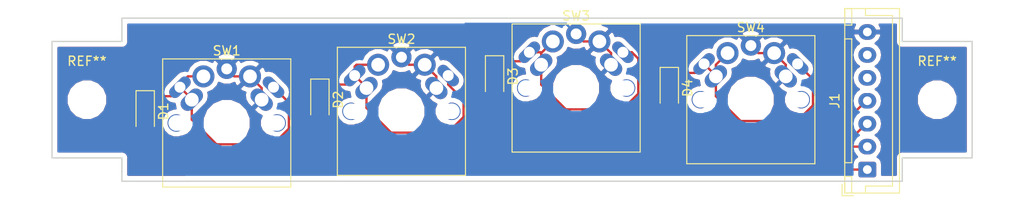
<source format=kicad_pcb>
(kicad_pcb (version 20171130) (host pcbnew 5.0.1)

  (general
    (thickness 1.6)
    (drawings 12)
    (tracks 101)
    (zones 0)
    (modules 11)
    (nets 12)
  )

  (page A4)
  (layers
    (0 F.Cu signal)
    (31 B.Cu signal)
    (32 B.Adhes user)
    (33 F.Adhes user)
    (34 B.Paste user)
    (35 F.Paste user)
    (36 B.SilkS user)
    (37 F.SilkS user)
    (38 B.Mask user)
    (39 F.Mask user)
    (40 Dwgs.User user)
    (41 Cmts.User user)
    (42 Eco1.User user)
    (43 Eco2.User user)
    (44 Edge.Cuts user)
    (45 Margin user)
    (46 B.CrtYd user)
    (47 F.CrtYd user)
    (48 B.Fab user)
    (49 F.Fab user)
  )

  (setup
    (last_trace_width 0.25)
    (trace_clearance 0.2)
    (zone_clearance 0.508)
    (zone_45_only no)
    (trace_min 0.2)
    (segment_width 0.2)
    (edge_width 0.15)
    (via_size 0.8)
    (via_drill 0.4)
    (via_min_size 0.4)
    (via_min_drill 0.3)
    (uvia_size 0.3)
    (uvia_drill 0.1)
    (uvias_allowed no)
    (uvia_min_size 0.2)
    (uvia_min_drill 0.1)
    (pcb_text_width 0.3)
    (pcb_text_size 1.5 1.5)
    (mod_edge_width 0.15)
    (mod_text_size 1 1)
    (mod_text_width 0.15)
    (pad_size 1.524 1.524)
    (pad_drill 0.762)
    (pad_to_mask_clearance 0.051)
    (solder_mask_min_width 0.25)
    (aux_axis_origin 0 0)
    (visible_elements FFFFFF7F)
    (pcbplotparams
      (layerselection 0x010fc_ffffffff)
      (usegerberextensions false)
      (usegerberattributes false)
      (usegerberadvancedattributes false)
      (creategerberjobfile false)
      (excludeedgelayer true)
      (linewidth 0.100000)
      (plotframeref false)
      (viasonmask false)
      (mode 1)
      (useauxorigin false)
      (hpglpennumber 1)
      (hpglpenspeed 20)
      (hpglpendiameter 15.000000)
      (psnegative false)
      (psa4output false)
      (plotreference true)
      (plotvalue true)
      (plotinvisibletext false)
      (padsonsilk false)
      (subtractmaskfromsilk false)
      (outputformat 1)
      (mirror false)
      (drillshape 1)
      (scaleselection 1)
      (outputdirectory ""))
  )

  (net 0 "")
  (net 1 "Net-(D1-Pad1)")
  (net 2 /READ0)
  (net 3 /READ1)
  (net 4 "Net-(D2-Pad1)")
  (net 5 "Net-(D3-Pad1)")
  (net 6 /READ2)
  (net 7 /READ3)
  (net 8 "Net-(D4-Pad1)")
  (net 9 /READ4)
  (net 10 /READ5)
  (net 11 /SELECT)

  (net_class Default "This is the default net class."
    (clearance 0.2)
    (trace_width 0.25)
    (via_dia 0.8)
    (via_drill 0.4)
    (uvia_dia 0.3)
    (uvia_drill 0.1)
    (add_net /READ0)
    (add_net /READ1)
    (add_net /READ2)
    (add_net /READ3)
    (add_net /READ4)
    (add_net /READ5)
    (add_net /SELECT)
    (add_net "Net-(D1-Pad1)")
    (add_net "Net-(D2-Pad1)")
    (add_net "Net-(D3-Pad1)")
    (add_net "Net-(D4-Pad1)")
  )

  (module folivora:SW_Cherry_MX1A_1.00u_PCB (layer F.Cu) (tedit 5C69620A) (tstamp 5C9ADF39)
    (at 116.84 72.39)
    (descr "Cherry MX keyswitch, MX1A, 1.00u, PCB mount, http://cherryamericas.com/wp-content/uploads/2014/12/mx_cat.pdf")
    (tags "cherry mx keyswitch MX1A 1.00u PCB")
    (path /5C8E9B2E)
    (fp_text reference SW1 (at 0 -7.874) (layer F.SilkS)
      (effects (font (size 1 1) (thickness 0.15)))
    )
    (fp_text value SW0 (at 0 7.874) (layer F.Fab)
      (effects (font (size 1 1) (thickness 0.15)))
    )
    (fp_line (start -6.985 6.985) (end -6.985 -6.985) (layer F.SilkS) (width 0.12))
    (fp_line (start 6.985 6.985) (end -6.985 6.985) (layer F.SilkS) (width 0.12))
    (fp_line (start 6.985 -6.985) (end 6.985 6.985) (layer F.SilkS) (width 0.12))
    (fp_line (start -6.985 -6.985) (end 6.985 -6.985) (layer F.SilkS) (width 0.12))
    (fp_line (start -9.525 9.525) (end -9.525 -9.525) (layer Dwgs.User) (width 0.15))
    (fp_line (start 9.525 9.525) (end -9.525 9.525) (layer Dwgs.User) (width 0.15))
    (fp_line (start 9.525 -9.525) (end 9.525 9.525) (layer Dwgs.User) (width 0.15))
    (fp_line (start -9.525 -9.525) (end 9.525 -9.525) (layer Dwgs.User) (width 0.15))
    (fp_line (start -6.6 -6.6) (end 6.6 -6.6) (layer F.CrtYd) (width 0.05))
    (fp_line (start 6.6 -6.6) (end 6.6 6.6) (layer F.CrtYd) (width 0.05))
    (fp_line (start 6.6 6.6) (end -6.6 6.6) (layer F.CrtYd) (width 0.05))
    (fp_line (start -6.6 6.6) (end -6.6 -6.6) (layer F.CrtYd) (width 0.05))
    (fp_line (start -6.35 6.35) (end -6.35 -6.35) (layer F.Fab) (width 0.15))
    (fp_line (start 6.35 6.35) (end -6.35 6.35) (layer F.Fab) (width 0.15))
    (fp_line (start 6.35 -6.35) (end 6.35 6.35) (layer F.Fab) (width 0.15))
    (fp_line (start -6.35 -6.35) (end 6.35 -6.35) (layer F.Fab) (width 0.15))
    (fp_text user %R (at 0 -7.874) (layer F.Fab)
      (effects (font (size 1 1) (thickness 0.15)))
    )
    (pad 1 thru_hole oval (at 5.1 -3.9 45) (size 1.25 2.8) (drill 1.2) (layers *.Cu *.Mask)
      (net 1 "Net-(D1-Pad1)"))
    (pad 1 thru_hole oval (at -5.1 -3.9 315) (size 1.25 2.8) (drill 1.2) (layers *.Cu *.Mask)
      (net 1 "Net-(D1-Pad1)"))
    (pad "" np_thru_hole circle (at 5.5 0) (size 1.9 1.9) (drill 1.7) (layers *.Cu *.Mask))
    (pad "" np_thru_hole circle (at -5.5 0) (size 1.9 1.9) (drill 1.7) (layers *.Cu *.Mask))
    (pad 2 thru_hole circle (at 0 -5.9) (size 2.2 2.2) (drill 1.2) (layers *.Cu *.Mask)
      (net 11 /SELECT))
    (pad 2 thru_hole oval (at 3.81 -2.54 45) (size 1.55 2.8) (drill 1.5) (layers *.Cu *.Mask)
      (net 11 /SELECT))
    (pad 1 thru_hole circle (at -2.54 -5.08) (size 2.4 2.4) (drill 1.5) (layers *.Cu *.Mask)
      (net 1 "Net-(D1-Pad1)"))
    (pad "" np_thru_hole circle (at 5.08 0) (size 1.7 1.7) (drill 1.7) (layers *.Cu *.Mask))
    (pad "" np_thru_hole circle (at -5.08 0) (size 1.7 1.7) (drill 1.7) (layers *.Cu *.Mask))
    (pad "" np_thru_hole circle (at 0 0) (size 4 4) (drill 4) (layers *.Cu *.Mask))
    (pad 1 thru_hole oval (at -3.81 -2.54 315) (size 1.55 2.8) (drill 1.5) (layers *.Cu *.Mask)
      (net 1 "Net-(D1-Pad1)"))
    (pad 2 thru_hole circle (at 2.540001 -5.08) (size 2.4 2.4) (drill 1.5) (layers *.Cu *.Mask)
      (net 11 /SELECT))
    (model ${KISYS3DMOD}/Button_Switch_Keyboard.3dshapes/SW_Cherry_MX1A_1.00u_PCB.wrl
      (at (xyz 0 0 0))
      (scale (xyz 1 1 1))
      (rotate (xyz 0 0 0))
    )
  )

  (module folivora:SW_Cherry_MX1A_1.00u_PCB (layer F.Cu) (tedit 5C69620A) (tstamp 5C9ADF9C)
    (at 173.99 69.85)
    (descr "Cherry MX keyswitch, MX1A, 1.00u, PCB mount, http://cherryamericas.com/wp-content/uploads/2014/12/mx_cat.pdf")
    (tags "cherry mx keyswitch MX1A 1.00u PCB")
    (path /5C8E9DD4)
    (fp_text reference SW4 (at 0 -7.874) (layer F.SilkS)
      (effects (font (size 1 1) (thickness 0.15)))
    )
    (fp_text value SW3 (at 0 7.874) (layer F.Fab)
      (effects (font (size 1 1) (thickness 0.15)))
    )
    (fp_text user %R (at 0 -7.874) (layer F.Fab)
      (effects (font (size 1 1) (thickness 0.15)))
    )
    (fp_line (start -6.35 -6.35) (end 6.35 -6.35) (layer F.Fab) (width 0.15))
    (fp_line (start 6.35 -6.35) (end 6.35 6.35) (layer F.Fab) (width 0.15))
    (fp_line (start 6.35 6.35) (end -6.35 6.35) (layer F.Fab) (width 0.15))
    (fp_line (start -6.35 6.35) (end -6.35 -6.35) (layer F.Fab) (width 0.15))
    (fp_line (start -6.6 6.6) (end -6.6 -6.6) (layer F.CrtYd) (width 0.05))
    (fp_line (start 6.6 6.6) (end -6.6 6.6) (layer F.CrtYd) (width 0.05))
    (fp_line (start 6.6 -6.6) (end 6.6 6.6) (layer F.CrtYd) (width 0.05))
    (fp_line (start -6.6 -6.6) (end 6.6 -6.6) (layer F.CrtYd) (width 0.05))
    (fp_line (start -9.525 -9.525) (end 9.525 -9.525) (layer Dwgs.User) (width 0.15))
    (fp_line (start 9.525 -9.525) (end 9.525 9.525) (layer Dwgs.User) (width 0.15))
    (fp_line (start 9.525 9.525) (end -9.525 9.525) (layer Dwgs.User) (width 0.15))
    (fp_line (start -9.525 9.525) (end -9.525 -9.525) (layer Dwgs.User) (width 0.15))
    (fp_line (start -6.985 -6.985) (end 6.985 -6.985) (layer F.SilkS) (width 0.12))
    (fp_line (start 6.985 -6.985) (end 6.985 6.985) (layer F.SilkS) (width 0.12))
    (fp_line (start 6.985 6.985) (end -6.985 6.985) (layer F.SilkS) (width 0.12))
    (fp_line (start -6.985 6.985) (end -6.985 -6.985) (layer F.SilkS) (width 0.12))
    (pad 2 thru_hole circle (at 2.540001 -5.08) (size 2.4 2.4) (drill 1.5) (layers *.Cu *.Mask)
      (net 11 /SELECT))
    (pad 1 thru_hole oval (at -3.81 -2.54 315) (size 1.55 2.8) (drill 1.5) (layers *.Cu *.Mask)
      (net 8 "Net-(D4-Pad1)"))
    (pad "" np_thru_hole circle (at 0 0) (size 4 4) (drill 4) (layers *.Cu *.Mask))
    (pad "" np_thru_hole circle (at -5.08 0) (size 1.7 1.7) (drill 1.7) (layers *.Cu *.Mask))
    (pad "" np_thru_hole circle (at 5.08 0) (size 1.7 1.7) (drill 1.7) (layers *.Cu *.Mask))
    (pad 1 thru_hole circle (at -2.54 -5.08) (size 2.4 2.4) (drill 1.5) (layers *.Cu *.Mask)
      (net 8 "Net-(D4-Pad1)"))
    (pad 2 thru_hole oval (at 3.81 -2.54 45) (size 1.55 2.8) (drill 1.5) (layers *.Cu *.Mask)
      (net 11 /SELECT))
    (pad 2 thru_hole circle (at 0 -5.9) (size 2.2 2.2) (drill 1.2) (layers *.Cu *.Mask)
      (net 11 /SELECT))
    (pad "" np_thru_hole circle (at -5.5 0) (size 1.9 1.9) (drill 1.7) (layers *.Cu *.Mask))
    (pad "" np_thru_hole circle (at 5.5 0) (size 1.9 1.9) (drill 1.7) (layers *.Cu *.Mask))
    (pad 1 thru_hole oval (at -5.1 -3.9 315) (size 1.25 2.8) (drill 1.2) (layers *.Cu *.Mask)
      (net 8 "Net-(D4-Pad1)"))
    (pad 1 thru_hole oval (at 5.1 -3.9 45) (size 1.25 2.8) (drill 1.2) (layers *.Cu *.Mask)
      (net 8 "Net-(D4-Pad1)"))
    (model ${KISYS3DMOD}/Button_Switch_Keyboard.3dshapes/SW_Cherry_MX1A_1.00u_PCB.wrl
      (at (xyz 0 0 0))
      (scale (xyz 1 1 1))
      (rotate (xyz 0 0 0))
    )
  )

  (module folivora:SW_Cherry_MX1A_1.00u_PCB (layer F.Cu) (tedit 5C69620A) (tstamp 5C9ADF7B)
    (at 154.94 68.58)
    (descr "Cherry MX keyswitch, MX1A, 1.00u, PCB mount, http://cherryamericas.com/wp-content/uploads/2014/12/mx_cat.pdf")
    (tags "cherry mx keyswitch MX1A 1.00u PCB")
    (path /5C8E9DC7)
    (fp_text reference SW3 (at 0 -7.874) (layer F.SilkS)
      (effects (font (size 1 1) (thickness 0.15)))
    )
    (fp_text value SW2 (at 0 7.874) (layer F.Fab)
      (effects (font (size 1 1) (thickness 0.15)))
    )
    (fp_line (start -6.985 6.985) (end -6.985 -6.985) (layer F.SilkS) (width 0.12))
    (fp_line (start 6.985 6.985) (end -6.985 6.985) (layer F.SilkS) (width 0.12))
    (fp_line (start 6.985 -6.985) (end 6.985 6.985) (layer F.SilkS) (width 0.12))
    (fp_line (start -6.985 -6.985) (end 6.985 -6.985) (layer F.SilkS) (width 0.12))
    (fp_line (start -9.525 9.525) (end -9.525 -9.525) (layer Dwgs.User) (width 0.15))
    (fp_line (start 9.525 9.525) (end -9.525 9.525) (layer Dwgs.User) (width 0.15))
    (fp_line (start 9.525 -9.525) (end 9.525 9.525) (layer Dwgs.User) (width 0.15))
    (fp_line (start -9.525 -9.525) (end 9.525 -9.525) (layer Dwgs.User) (width 0.15))
    (fp_line (start -6.6 -6.6) (end 6.6 -6.6) (layer F.CrtYd) (width 0.05))
    (fp_line (start 6.6 -6.6) (end 6.6 6.6) (layer F.CrtYd) (width 0.05))
    (fp_line (start 6.6 6.6) (end -6.6 6.6) (layer F.CrtYd) (width 0.05))
    (fp_line (start -6.6 6.6) (end -6.6 -6.6) (layer F.CrtYd) (width 0.05))
    (fp_line (start -6.35 6.35) (end -6.35 -6.35) (layer F.Fab) (width 0.15))
    (fp_line (start 6.35 6.35) (end -6.35 6.35) (layer F.Fab) (width 0.15))
    (fp_line (start 6.35 -6.35) (end 6.35 6.35) (layer F.Fab) (width 0.15))
    (fp_line (start -6.35 -6.35) (end 6.35 -6.35) (layer F.Fab) (width 0.15))
    (fp_text user %R (at 0 -7.874) (layer F.Fab)
      (effects (font (size 1 1) (thickness 0.15)))
    )
    (pad 1 thru_hole oval (at 5.1 -3.9 45) (size 1.25 2.8) (drill 1.2) (layers *.Cu *.Mask)
      (net 5 "Net-(D3-Pad1)"))
    (pad 1 thru_hole oval (at -5.1 -3.9 315) (size 1.25 2.8) (drill 1.2) (layers *.Cu *.Mask)
      (net 5 "Net-(D3-Pad1)"))
    (pad "" np_thru_hole circle (at 5.5 0) (size 1.9 1.9) (drill 1.7) (layers *.Cu *.Mask))
    (pad "" np_thru_hole circle (at -5.5 0) (size 1.9 1.9) (drill 1.7) (layers *.Cu *.Mask))
    (pad 2 thru_hole circle (at 0 -5.9) (size 2.2 2.2) (drill 1.2) (layers *.Cu *.Mask)
      (net 11 /SELECT))
    (pad 2 thru_hole oval (at 3.81 -2.54 45) (size 1.55 2.8) (drill 1.5) (layers *.Cu *.Mask)
      (net 11 /SELECT))
    (pad 1 thru_hole circle (at -2.54 -5.08) (size 2.4 2.4) (drill 1.5) (layers *.Cu *.Mask)
      (net 5 "Net-(D3-Pad1)"))
    (pad "" np_thru_hole circle (at 5.08 0) (size 1.7 1.7) (drill 1.7) (layers *.Cu *.Mask))
    (pad "" np_thru_hole circle (at -5.08 0) (size 1.7 1.7) (drill 1.7) (layers *.Cu *.Mask))
    (pad "" np_thru_hole circle (at 0 0) (size 4 4) (drill 4) (layers *.Cu *.Mask))
    (pad 1 thru_hole oval (at -3.81 -2.54 315) (size 1.55 2.8) (drill 1.5) (layers *.Cu *.Mask)
      (net 5 "Net-(D3-Pad1)"))
    (pad 2 thru_hole circle (at 2.540001 -5.08) (size 2.4 2.4) (drill 1.5) (layers *.Cu *.Mask)
      (net 11 /SELECT))
    (model ${KISYS3DMOD}/Button_Switch_Keyboard.3dshapes/SW_Cherry_MX1A_1.00u_PCB.wrl
      (at (xyz 0 0 0))
      (scale (xyz 1 1 1))
      (rotate (xyz 0 0 0))
    )
  )

  (module Diode_SMD:D_SOD-123 (layer F.Cu) (tedit 58645DC7) (tstamp 5C9ADE6D)
    (at 107.95 71.12 270)
    (descr SOD-123)
    (tags SOD-123)
    (path /5C8E9B82)
    (attr smd)
    (fp_text reference D1 (at 0 -2 270) (layer F.SilkS)
      (effects (font (size 1 1) (thickness 0.15)))
    )
    (fp_text value D0 (at 0 2.1 270) (layer F.Fab)
      (effects (font (size 1 1) (thickness 0.15)))
    )
    (fp_text user %R (at 0 -2 270) (layer F.Fab)
      (effects (font (size 1 1) (thickness 0.15)))
    )
    (fp_line (start -2.25 -1) (end -2.25 1) (layer F.SilkS) (width 0.12))
    (fp_line (start 0.25 0) (end 0.75 0) (layer F.Fab) (width 0.1))
    (fp_line (start 0.25 0.4) (end -0.35 0) (layer F.Fab) (width 0.1))
    (fp_line (start 0.25 -0.4) (end 0.25 0.4) (layer F.Fab) (width 0.1))
    (fp_line (start -0.35 0) (end 0.25 -0.4) (layer F.Fab) (width 0.1))
    (fp_line (start -0.35 0) (end -0.35 0.55) (layer F.Fab) (width 0.1))
    (fp_line (start -0.35 0) (end -0.35 -0.55) (layer F.Fab) (width 0.1))
    (fp_line (start -0.75 0) (end -0.35 0) (layer F.Fab) (width 0.1))
    (fp_line (start -1.4 0.9) (end -1.4 -0.9) (layer F.Fab) (width 0.1))
    (fp_line (start 1.4 0.9) (end -1.4 0.9) (layer F.Fab) (width 0.1))
    (fp_line (start 1.4 -0.9) (end 1.4 0.9) (layer F.Fab) (width 0.1))
    (fp_line (start -1.4 -0.9) (end 1.4 -0.9) (layer F.Fab) (width 0.1))
    (fp_line (start -2.35 -1.15) (end 2.35 -1.15) (layer F.CrtYd) (width 0.05))
    (fp_line (start 2.35 -1.15) (end 2.35 1.15) (layer F.CrtYd) (width 0.05))
    (fp_line (start 2.35 1.15) (end -2.35 1.15) (layer F.CrtYd) (width 0.05))
    (fp_line (start -2.35 -1.15) (end -2.35 1.15) (layer F.CrtYd) (width 0.05))
    (fp_line (start -2.25 1) (end 1.65 1) (layer F.SilkS) (width 0.12))
    (fp_line (start -2.25 -1) (end 1.65 -1) (layer F.SilkS) (width 0.12))
    (pad 1 smd rect (at -1.65 0 270) (size 0.9 1.2) (layers F.Cu F.Paste F.Mask)
      (net 1 "Net-(D1-Pad1)"))
    (pad 2 smd rect (at 1.65 0 270) (size 0.9 1.2) (layers F.Cu F.Paste F.Mask)
      (net 2 /READ0))
    (model ${KISYS3DMOD}/Diode_SMD.3dshapes/D_SOD-123.wrl
      (at (xyz 0 0 0))
      (scale (xyz 1 1 1))
      (rotate (xyz 0 0 0))
    )
  )

  (module Diode_SMD:D_SOD-123 (layer F.Cu) (tedit 58645DC7) (tstamp 5C9ADE86)
    (at 127 69.85 270)
    (descr SOD-123)
    (tags SOD-123)
    (path /5C8E9CAD)
    (attr smd)
    (fp_text reference D2 (at 0 -2 270) (layer F.SilkS)
      (effects (font (size 1 1) (thickness 0.15)))
    )
    (fp_text value D1 (at 0 2.1 270) (layer F.Fab)
      (effects (font (size 1 1) (thickness 0.15)))
    )
    (fp_line (start -2.25 -1) (end 1.65 -1) (layer F.SilkS) (width 0.12))
    (fp_line (start -2.25 1) (end 1.65 1) (layer F.SilkS) (width 0.12))
    (fp_line (start -2.35 -1.15) (end -2.35 1.15) (layer F.CrtYd) (width 0.05))
    (fp_line (start 2.35 1.15) (end -2.35 1.15) (layer F.CrtYd) (width 0.05))
    (fp_line (start 2.35 -1.15) (end 2.35 1.15) (layer F.CrtYd) (width 0.05))
    (fp_line (start -2.35 -1.15) (end 2.35 -1.15) (layer F.CrtYd) (width 0.05))
    (fp_line (start -1.4 -0.9) (end 1.4 -0.9) (layer F.Fab) (width 0.1))
    (fp_line (start 1.4 -0.9) (end 1.4 0.9) (layer F.Fab) (width 0.1))
    (fp_line (start 1.4 0.9) (end -1.4 0.9) (layer F.Fab) (width 0.1))
    (fp_line (start -1.4 0.9) (end -1.4 -0.9) (layer F.Fab) (width 0.1))
    (fp_line (start -0.75 0) (end -0.35 0) (layer F.Fab) (width 0.1))
    (fp_line (start -0.35 0) (end -0.35 -0.55) (layer F.Fab) (width 0.1))
    (fp_line (start -0.35 0) (end -0.35 0.55) (layer F.Fab) (width 0.1))
    (fp_line (start -0.35 0) (end 0.25 -0.4) (layer F.Fab) (width 0.1))
    (fp_line (start 0.25 -0.4) (end 0.25 0.4) (layer F.Fab) (width 0.1))
    (fp_line (start 0.25 0.4) (end -0.35 0) (layer F.Fab) (width 0.1))
    (fp_line (start 0.25 0) (end 0.75 0) (layer F.Fab) (width 0.1))
    (fp_line (start -2.25 -1) (end -2.25 1) (layer F.SilkS) (width 0.12))
    (fp_text user %R (at 0 -2 270) (layer F.Fab)
      (effects (font (size 1 1) (thickness 0.15)))
    )
    (pad 2 smd rect (at 1.65 0 270) (size 0.9 1.2) (layers F.Cu F.Paste F.Mask)
      (net 3 /READ1))
    (pad 1 smd rect (at -1.65 0 270) (size 0.9 1.2) (layers F.Cu F.Paste F.Mask)
      (net 4 "Net-(D2-Pad1)"))
    (model ${KISYS3DMOD}/Diode_SMD.3dshapes/D_SOD-123.wrl
      (at (xyz 0 0 0))
      (scale (xyz 1 1 1))
      (rotate (xyz 0 0 0))
    )
  )

  (module Diode_SMD:D_SOD-123 (layer F.Cu) (tedit 58645DC7) (tstamp 5C9ADE9F)
    (at 146.05 67.31 270)
    (descr SOD-123)
    (tags SOD-123)
    (path /5C8E9DCD)
    (attr smd)
    (fp_text reference D3 (at 0 -2 270) (layer F.SilkS)
      (effects (font (size 1 1) (thickness 0.15)))
    )
    (fp_text value D2 (at 0 2.1 270) (layer F.Fab)
      (effects (font (size 1 1) (thickness 0.15)))
    )
    (fp_text user %R (at 0 -2 270) (layer F.Fab)
      (effects (font (size 1 1) (thickness 0.15)))
    )
    (fp_line (start -2.25 -1) (end -2.25 1) (layer F.SilkS) (width 0.12))
    (fp_line (start 0.25 0) (end 0.75 0) (layer F.Fab) (width 0.1))
    (fp_line (start 0.25 0.4) (end -0.35 0) (layer F.Fab) (width 0.1))
    (fp_line (start 0.25 -0.4) (end 0.25 0.4) (layer F.Fab) (width 0.1))
    (fp_line (start -0.35 0) (end 0.25 -0.4) (layer F.Fab) (width 0.1))
    (fp_line (start -0.35 0) (end -0.35 0.55) (layer F.Fab) (width 0.1))
    (fp_line (start -0.35 0) (end -0.35 -0.55) (layer F.Fab) (width 0.1))
    (fp_line (start -0.75 0) (end -0.35 0) (layer F.Fab) (width 0.1))
    (fp_line (start -1.4 0.9) (end -1.4 -0.9) (layer F.Fab) (width 0.1))
    (fp_line (start 1.4 0.9) (end -1.4 0.9) (layer F.Fab) (width 0.1))
    (fp_line (start 1.4 -0.9) (end 1.4 0.9) (layer F.Fab) (width 0.1))
    (fp_line (start -1.4 -0.9) (end 1.4 -0.9) (layer F.Fab) (width 0.1))
    (fp_line (start -2.35 -1.15) (end 2.35 -1.15) (layer F.CrtYd) (width 0.05))
    (fp_line (start 2.35 -1.15) (end 2.35 1.15) (layer F.CrtYd) (width 0.05))
    (fp_line (start 2.35 1.15) (end -2.35 1.15) (layer F.CrtYd) (width 0.05))
    (fp_line (start -2.35 -1.15) (end -2.35 1.15) (layer F.CrtYd) (width 0.05))
    (fp_line (start -2.25 1) (end 1.65 1) (layer F.SilkS) (width 0.12))
    (fp_line (start -2.25 -1) (end 1.65 -1) (layer F.SilkS) (width 0.12))
    (pad 1 smd rect (at -1.65 0 270) (size 0.9 1.2) (layers F.Cu F.Paste F.Mask)
      (net 5 "Net-(D3-Pad1)"))
    (pad 2 smd rect (at 1.65 0 270) (size 0.9 1.2) (layers F.Cu F.Paste F.Mask)
      (net 6 /READ2))
    (model ${KISYS3DMOD}/Diode_SMD.3dshapes/D_SOD-123.wrl
      (at (xyz 0 0 0))
      (scale (xyz 1 1 1))
      (rotate (xyz 0 0 0))
    )
  )

  (module Diode_SMD:D_SOD-123 (layer F.Cu) (tedit 58645DC7) (tstamp 5C9ADEB8)
    (at 165.1 68.58 270)
    (descr SOD-123)
    (tags SOD-123)
    (path /5C8E9DDA)
    (attr smd)
    (fp_text reference D4 (at 0 -2 270) (layer F.SilkS)
      (effects (font (size 1 1) (thickness 0.15)))
    )
    (fp_text value D3 (at 0 2.1 270) (layer F.Fab)
      (effects (font (size 1 1) (thickness 0.15)))
    )
    (fp_line (start -2.25 -1) (end 1.65 -1) (layer F.SilkS) (width 0.12))
    (fp_line (start -2.25 1) (end 1.65 1) (layer F.SilkS) (width 0.12))
    (fp_line (start -2.35 -1.15) (end -2.35 1.15) (layer F.CrtYd) (width 0.05))
    (fp_line (start 2.35 1.15) (end -2.35 1.15) (layer F.CrtYd) (width 0.05))
    (fp_line (start 2.35 -1.15) (end 2.35 1.15) (layer F.CrtYd) (width 0.05))
    (fp_line (start -2.35 -1.15) (end 2.35 -1.15) (layer F.CrtYd) (width 0.05))
    (fp_line (start -1.4 -0.9) (end 1.4 -0.9) (layer F.Fab) (width 0.1))
    (fp_line (start 1.4 -0.9) (end 1.4 0.9) (layer F.Fab) (width 0.1))
    (fp_line (start 1.4 0.9) (end -1.4 0.9) (layer F.Fab) (width 0.1))
    (fp_line (start -1.4 0.9) (end -1.4 -0.9) (layer F.Fab) (width 0.1))
    (fp_line (start -0.75 0) (end -0.35 0) (layer F.Fab) (width 0.1))
    (fp_line (start -0.35 0) (end -0.35 -0.55) (layer F.Fab) (width 0.1))
    (fp_line (start -0.35 0) (end -0.35 0.55) (layer F.Fab) (width 0.1))
    (fp_line (start -0.35 0) (end 0.25 -0.4) (layer F.Fab) (width 0.1))
    (fp_line (start 0.25 -0.4) (end 0.25 0.4) (layer F.Fab) (width 0.1))
    (fp_line (start 0.25 0.4) (end -0.35 0) (layer F.Fab) (width 0.1))
    (fp_line (start 0.25 0) (end 0.75 0) (layer F.Fab) (width 0.1))
    (fp_line (start -2.25 -1) (end -2.25 1) (layer F.SilkS) (width 0.12))
    (fp_text user %R (at 0 -2 270) (layer F.Fab)
      (effects (font (size 1 1) (thickness 0.15)))
    )
    (pad 2 smd rect (at 1.65 0 270) (size 0.9 1.2) (layers F.Cu F.Paste F.Mask)
      (net 7 /READ3))
    (pad 1 smd rect (at -1.65 0 270) (size 0.9 1.2) (layers F.Cu F.Paste F.Mask)
      (net 8 "Net-(D4-Pad1)"))
    (model ${KISYS3DMOD}/Diode_SMD.3dshapes/D_SOD-123.wrl
      (at (xyz 0 0 0))
      (scale (xyz 1 1 1))
      (rotate (xyz 0 0 0))
    )
  )

  (module Connector_JST:JST_XH_B07B-XH-A_1x07_P2.50mm_Vertical (layer F.Cu) (tedit 5B7754C5) (tstamp 5C9ADF18)
    (at 186.69 77.47 90)
    (descr "JST XH series connector, B07B-XH-A (http://www.jst-mfg.com/product/pdf/eng/eXH.pdf), generated with kicad-footprint-generator")
    (tags "connector JST XH side entry")
    (path /5C8EAB08)
    (fp_text reference J1 (at 7.5 -3.55 90) (layer F.SilkS)
      (effects (font (size 1 1) (thickness 0.15)))
    )
    (fp_text value INTERFACE (at 7.5 4.6 90) (layer F.Fab)
      (effects (font (size 1 1) (thickness 0.15)))
    )
    (fp_line (start -2.45 -2.35) (end -2.45 3.4) (layer F.Fab) (width 0.1))
    (fp_line (start -2.45 3.4) (end 17.45 3.4) (layer F.Fab) (width 0.1))
    (fp_line (start 17.45 3.4) (end 17.45 -2.35) (layer F.Fab) (width 0.1))
    (fp_line (start 17.45 -2.35) (end -2.45 -2.35) (layer F.Fab) (width 0.1))
    (fp_line (start -2.56 -2.46) (end -2.56 3.51) (layer F.SilkS) (width 0.12))
    (fp_line (start -2.56 3.51) (end 17.56 3.51) (layer F.SilkS) (width 0.12))
    (fp_line (start 17.56 3.51) (end 17.56 -2.46) (layer F.SilkS) (width 0.12))
    (fp_line (start 17.56 -2.46) (end -2.56 -2.46) (layer F.SilkS) (width 0.12))
    (fp_line (start -2.95 -2.85) (end -2.95 3.9) (layer F.CrtYd) (width 0.05))
    (fp_line (start -2.95 3.9) (end 17.95 3.9) (layer F.CrtYd) (width 0.05))
    (fp_line (start 17.95 3.9) (end 17.95 -2.85) (layer F.CrtYd) (width 0.05))
    (fp_line (start 17.95 -2.85) (end -2.95 -2.85) (layer F.CrtYd) (width 0.05))
    (fp_line (start -0.625 -2.35) (end 0 -1.35) (layer F.Fab) (width 0.1))
    (fp_line (start 0 -1.35) (end 0.625 -2.35) (layer F.Fab) (width 0.1))
    (fp_line (start 0.75 -2.45) (end 0.75 -1.7) (layer F.SilkS) (width 0.12))
    (fp_line (start 0.75 -1.7) (end 14.25 -1.7) (layer F.SilkS) (width 0.12))
    (fp_line (start 14.25 -1.7) (end 14.25 -2.45) (layer F.SilkS) (width 0.12))
    (fp_line (start 14.25 -2.45) (end 0.75 -2.45) (layer F.SilkS) (width 0.12))
    (fp_line (start -2.55 -2.45) (end -2.55 -1.7) (layer F.SilkS) (width 0.12))
    (fp_line (start -2.55 -1.7) (end -0.75 -1.7) (layer F.SilkS) (width 0.12))
    (fp_line (start -0.75 -1.7) (end -0.75 -2.45) (layer F.SilkS) (width 0.12))
    (fp_line (start -0.75 -2.45) (end -2.55 -2.45) (layer F.SilkS) (width 0.12))
    (fp_line (start 15.75 -2.45) (end 15.75 -1.7) (layer F.SilkS) (width 0.12))
    (fp_line (start 15.75 -1.7) (end 17.55 -1.7) (layer F.SilkS) (width 0.12))
    (fp_line (start 17.55 -1.7) (end 17.55 -2.45) (layer F.SilkS) (width 0.12))
    (fp_line (start 17.55 -2.45) (end 15.75 -2.45) (layer F.SilkS) (width 0.12))
    (fp_line (start -2.55 -0.2) (end -1.8 -0.2) (layer F.SilkS) (width 0.12))
    (fp_line (start -1.8 -0.2) (end -1.8 2.75) (layer F.SilkS) (width 0.12))
    (fp_line (start -1.8 2.75) (end 7.5 2.75) (layer F.SilkS) (width 0.12))
    (fp_line (start 17.55 -0.2) (end 16.8 -0.2) (layer F.SilkS) (width 0.12))
    (fp_line (start 16.8 -0.2) (end 16.8 2.75) (layer F.SilkS) (width 0.12))
    (fp_line (start 16.8 2.75) (end 7.5 2.75) (layer F.SilkS) (width 0.12))
    (fp_line (start -1.6 -2.75) (end -2.85 -2.75) (layer F.SilkS) (width 0.12))
    (fp_line (start -2.85 -2.75) (end -2.85 -1.5) (layer F.SilkS) (width 0.12))
    (fp_text user %R (at 7.5 2.7 90) (layer F.Fab)
      (effects (font (size 1 1) (thickness 0.15)))
    )
    (pad 1 thru_hole roundrect (at 0 0 90) (size 1.7 1.95) (drill 0.95) (layers *.Cu *.Mask) (roundrect_rratio 0.147059)
      (net 2 /READ0))
    (pad 2 thru_hole oval (at 2.5 0 90) (size 1.7 1.95) (drill 0.95) (layers *.Cu *.Mask)
      (net 3 /READ1))
    (pad 3 thru_hole oval (at 5 0 90) (size 1.7 1.95) (drill 0.95) (layers *.Cu *.Mask)
      (net 6 /READ2))
    (pad 4 thru_hole oval (at 7.5 0 90) (size 1.7 1.95) (drill 0.95) (layers *.Cu *.Mask)
      (net 7 /READ3))
    (pad 5 thru_hole oval (at 10 0 90) (size 1.7 1.95) (drill 0.95) (layers *.Cu *.Mask)
      (net 9 /READ4))
    (pad 6 thru_hole oval (at 12.5 0 90) (size 1.7 1.95) (drill 0.95) (layers *.Cu *.Mask)
      (net 10 /READ5))
    (pad 7 thru_hole oval (at 15 0 90) (size 1.7 1.95) (drill 0.95) (layers *.Cu *.Mask)
      (net 11 /SELECT))
    (model ${KISYS3DMOD}/Connector_JST.3dshapes/JST_XH_B07B-XH-A_1x07_P2.50mm_Vertical.wrl
      (at (xyz 0 0 0))
      (scale (xyz 1 1 1))
      (rotate (xyz 0 0 0))
    )
  )

  (module folivora:SW_Cherry_MX1A_1.00u_PCB (layer F.Cu) (tedit 5C69620A) (tstamp 5C9ADF5A)
    (at 135.889999 71.12)
    (descr "Cherry MX keyswitch, MX1A, 1.00u, PCB mount, http://cherryamericas.com/wp-content/uploads/2014/12/mx_cat.pdf")
    (tags "cherry mx keyswitch MX1A 1.00u PCB")
    (path /5C8E9CA7)
    (fp_text reference SW2 (at 0 -7.874) (layer F.SilkS)
      (effects (font (size 1 1) (thickness 0.15)))
    )
    (fp_text value SW1 (at 0 7.874) (layer F.Fab)
      (effects (font (size 1 1) (thickness 0.15)))
    )
    (fp_text user %R (at 0 -7.874) (layer F.Fab)
      (effects (font (size 1 1) (thickness 0.15)))
    )
    (fp_line (start -6.35 -6.35) (end 6.35 -6.35) (layer F.Fab) (width 0.15))
    (fp_line (start 6.35 -6.35) (end 6.35 6.35) (layer F.Fab) (width 0.15))
    (fp_line (start 6.35 6.35) (end -6.35 6.35) (layer F.Fab) (width 0.15))
    (fp_line (start -6.35 6.35) (end -6.35 -6.35) (layer F.Fab) (width 0.15))
    (fp_line (start -6.6 6.6) (end -6.6 -6.6) (layer F.CrtYd) (width 0.05))
    (fp_line (start 6.6 6.6) (end -6.6 6.6) (layer F.CrtYd) (width 0.05))
    (fp_line (start 6.6 -6.6) (end 6.6 6.6) (layer F.CrtYd) (width 0.05))
    (fp_line (start -6.6 -6.6) (end 6.6 -6.6) (layer F.CrtYd) (width 0.05))
    (fp_line (start -9.525 -9.525) (end 9.525 -9.525) (layer Dwgs.User) (width 0.15))
    (fp_line (start 9.525 -9.525) (end 9.525 9.525) (layer Dwgs.User) (width 0.15))
    (fp_line (start 9.525 9.525) (end -9.525 9.525) (layer Dwgs.User) (width 0.15))
    (fp_line (start -9.525 9.525) (end -9.525 -9.525) (layer Dwgs.User) (width 0.15))
    (fp_line (start -6.985 -6.985) (end 6.985 -6.985) (layer F.SilkS) (width 0.12))
    (fp_line (start 6.985 -6.985) (end 6.985 6.985) (layer F.SilkS) (width 0.12))
    (fp_line (start 6.985 6.985) (end -6.985 6.985) (layer F.SilkS) (width 0.12))
    (fp_line (start -6.985 6.985) (end -6.985 -6.985) (layer F.SilkS) (width 0.12))
    (pad 2 thru_hole circle (at 2.540001 -5.08) (size 2.4 2.4) (drill 1.5) (layers *.Cu *.Mask)
      (net 11 /SELECT))
    (pad 1 thru_hole oval (at -3.81 -2.54 315) (size 1.55 2.8) (drill 1.5) (layers *.Cu *.Mask)
      (net 4 "Net-(D2-Pad1)"))
    (pad "" np_thru_hole circle (at 0 0) (size 4 4) (drill 4) (layers *.Cu *.Mask))
    (pad "" np_thru_hole circle (at -5.08 0) (size 1.7 1.7) (drill 1.7) (layers *.Cu *.Mask))
    (pad "" np_thru_hole circle (at 5.08 0) (size 1.7 1.7) (drill 1.7) (layers *.Cu *.Mask))
    (pad 1 thru_hole circle (at -2.54 -5.08) (size 2.4 2.4) (drill 1.5) (layers *.Cu *.Mask)
      (net 4 "Net-(D2-Pad1)"))
    (pad 2 thru_hole oval (at 3.81 -2.54 45) (size 1.55 2.8) (drill 1.5) (layers *.Cu *.Mask)
      (net 11 /SELECT))
    (pad 2 thru_hole circle (at 0 -5.9) (size 2.2 2.2) (drill 1.2) (layers *.Cu *.Mask)
      (net 11 /SELECT))
    (pad "" np_thru_hole circle (at -5.5 0) (size 1.9 1.9) (drill 1.7) (layers *.Cu *.Mask))
    (pad "" np_thru_hole circle (at 5.5 0) (size 1.9 1.9) (drill 1.7) (layers *.Cu *.Mask))
    (pad 1 thru_hole oval (at -5.1 -3.9 315) (size 1.25 2.8) (drill 1.2) (layers *.Cu *.Mask)
      (net 4 "Net-(D2-Pad1)"))
    (pad 1 thru_hole oval (at 5.1 -3.9 45) (size 1.25 2.8) (drill 1.2) (layers *.Cu *.Mask)
      (net 4 "Net-(D2-Pad1)"))
    (model ${KISYS3DMOD}/Button_Switch_Keyboard.3dshapes/SW_Cherry_MX1A_1.00u_PCB.wrl
      (at (xyz 0 0 0))
      (scale (xyz 1 1 1))
      (rotate (xyz 0 0 0))
    )
  )

  (module MountingHole:MountingHole_3.2mm_M3 (layer F.Cu) (tedit 56D1B4CB) (tstamp 5C9AF048)
    (at 101.6 69.85)
    (descr "Mounting Hole 3.2mm, no annular, M3")
    (tags "mounting hole 3.2mm no annular m3")
    (attr virtual)
    (fp_text reference REF** (at 0 -4.2) (layer F.SilkS)
      (effects (font (size 1 1) (thickness 0.15)))
    )
    (fp_text value MountingHole_3.2mm_M3 (at 0 4.2) (layer F.Fab)
      (effects (font (size 1 1) (thickness 0.15)))
    )
    (fp_circle (center 0 0) (end 3.45 0) (layer F.CrtYd) (width 0.05))
    (fp_circle (center 0 0) (end 3.2 0) (layer Cmts.User) (width 0.15))
    (fp_text user %R (at 0.3 0) (layer F.Fab)
      (effects (font (size 1 1) (thickness 0.15)))
    )
    (pad 1 np_thru_hole circle (at 0 0) (size 3.2 3.2) (drill 3.2) (layers *.Cu *.Mask))
  )

  (module MountingHole:MountingHole_3.2mm_M3 (layer F.Cu) (tedit 56D1B4CB) (tstamp 5C9AF057)
    (at 194.31 69.85)
    (descr "Mounting Hole 3.2mm, no annular, M3")
    (tags "mounting hole 3.2mm no annular m3")
    (attr virtual)
    (fp_text reference REF** (at 0 -4.2) (layer F.SilkS)
      (effects (font (size 1 1) (thickness 0.15)))
    )
    (fp_text value MountingHole_3.2mm_M3 (at 0 4.2) (layer F.Fab)
      (effects (font (size 1 1) (thickness 0.15)))
    )
    (fp_circle (center 0 0) (end 3.45 0) (layer F.CrtYd) (width 0.05))
    (fp_circle (center 0 0) (end 3.2 0) (layer Cmts.User) (width 0.15))
    (fp_text user %R (at 0.3 0) (layer F.Fab)
      (effects (font (size 1 1) (thickness 0.15)))
    )
    (pad 1 np_thru_hole circle (at 0 0) (size 3.2 3.2) (drill 3.2) (layers *.Cu *.Mask))
  )

  (gr_line (start 105.41 76.2) (end 105.41 78.74) (layer Edge.Cuts) (width 0.15))
  (gr_line (start 190.5 60.96) (end 190.5 63.5) (layer Edge.Cuts) (width 0.15))
  (gr_line (start 198.12 76.2) (end 190.5 76.2) (layer Edge.Cuts) (width 0.15))
  (gr_line (start 198.12 63.5) (end 198.12 76.2) (layer Edge.Cuts) (width 0.15))
  (gr_line (start 190.5 63.5) (end 198.12 63.5) (layer Edge.Cuts) (width 0.15))
  (gr_line (start 97.79 76.2) (end 105.41 76.2) (layer Edge.Cuts) (width 0.15))
  (gr_line (start 97.79 63.5) (end 97.79 76.2) (layer Edge.Cuts) (width 0.15))
  (gr_line (start 105.41 63.5) (end 97.79 63.5) (layer Edge.Cuts) (width 0.15))
  (gr_line (start 105.41 60.96) (end 105.41 63.5) (layer Edge.Cuts) (width 0.15))
  (gr_line (start 190.5 76.2) (end 190.5 78.74) (layer Edge.Cuts) (width 0.15))
  (gr_line (start 190.5 78.74) (end 105.41 78.74) (layer Edge.Cuts) (width 0.15))
  (gr_line (start 105.41 60.96) (end 190.5 60.96) (layer Edge.Cuts) (width 0.15))

  (segment (start 113.03 71.028273) (end 113.03 69.85) (width 0.25) (layer F.Cu) (net 1))
  (segment (start 113.03 72.021002) (end 113.03 71.028273) (width 0.25) (layer F.Cu) (net 1))
  (segment (start 115.723999 74.715001) (end 113.03 72.021002) (width 0.25) (layer F.Cu) (net 1))
  (segment (start 121.902001 74.715001) (end 115.723999 74.715001) (width 0.25) (layer F.Cu) (net 1))
  (segment (start 123.615001 73.002001) (end 121.902001 74.715001) (width 0.25) (layer F.Cu) (net 1))
  (segment (start 123.615001 70.165001) (end 123.615001 73.002001) (width 0.25) (layer F.Cu) (net 1))
  (segment (start 121.94 68.49) (end 123.615001 70.165001) (width 0.25) (layer F.Cu) (net 1))
  (segment (start 111.74 68.172944) (end 111.74 68.49) (width 0.25) (layer F.Cu) (net 1))
  (segment (start 112.602944 67.31) (end 111.74 68.172944) (width 0.25) (layer F.Cu) (net 1))
  (segment (start 114.3 67.31) (end 112.602944 67.31) (width 0.25) (layer F.Cu) (net 1))
  (segment (start 113.03 69.78) (end 111.74 68.49) (width 0.25) (layer F.Cu) (net 1))
  (segment (start 113.03 69.85) (end 113.03 69.78) (width 0.25) (layer F.Cu) (net 1))
  (segment (start 110.76 69.47) (end 111.74 68.49) (width 0.25) (layer F.Cu) (net 1))
  (segment (start 107.95 69.47) (end 110.76 69.47) (width 0.25) (layer F.Cu) (net 1))
  (segment (start 185.615 77.47) (end 186.69 77.47) (width 0.25) (layer F.Cu) (net 2))
  (segment (start 112.8 77.47) (end 185.615 77.47) (width 0.25) (layer F.Cu) (net 2))
  (segment (start 108.1 72.77) (end 112.8 77.47) (width 0.25) (layer F.Cu) (net 2))
  (segment (start 107.95 72.77) (end 108.1 72.77) (width 0.25) (layer F.Cu) (net 2))
  (segment (start 127 72.2) (end 127 71.5) (width 0.25) (layer F.Cu) (net 3))
  (segment (start 129.77 74.97) (end 127 72.2) (width 0.25) (layer F.Cu) (net 3))
  (segment (start 186.69 74.97) (end 129.77 74.97) (width 0.25) (layer F.Cu) (net 3))
  (segment (start 132.079999 68.51) (end 130.789999 67.22) (width 0.25) (layer F.Cu) (net 4))
  (segment (start 132.079999 68.58) (end 132.079999 68.51) (width 0.25) (layer F.Cu) (net 4))
  (segment (start 130.789999 66.236117) (end 130.789999 67.22) (width 0.25) (layer F.Cu) (net 4))
  (segment (start 130.986116 66.04) (end 130.789999 66.236117) (width 0.25) (layer F.Cu) (net 4))
  (segment (start 133.349999 66.04) (end 130.986116 66.04) (width 0.25) (layer F.Cu) (net 4))
  (segment (start 132.079999 69.758273) (end 132.079999 68.58) (width 0.25) (layer F.Cu) (net 4))
  (segment (start 132.079999 70.751002) (end 132.079999 69.758273) (width 0.25) (layer F.Cu) (net 4))
  (segment (start 134.773998 73.445001) (end 132.079999 70.751002) (width 0.25) (layer F.Cu) (net 4))
  (segment (start 140.952 73.445001) (end 134.773998 73.445001) (width 0.25) (layer F.Cu) (net 4))
  (segment (start 142.665 71.732001) (end 140.952 73.445001) (width 0.25) (layer F.Cu) (net 4))
  (segment (start 142.665 69.878884) (end 142.665 71.732001) (width 0.25) (layer F.Cu) (net 4))
  (segment (start 140.989999 68.203883) (end 142.665 69.878884) (width 0.25) (layer F.Cu) (net 4))
  (segment (start 140.989999 67.22) (end 140.989999 68.203883) (width 0.25) (layer F.Cu) (net 4))
  (segment (start 129.809999 68.2) (end 130.789999 67.22) (width 0.25) (layer F.Cu) (net 4))
  (segment (start 127 68.2) (end 129.809999 68.2) (width 0.25) (layer F.Cu) (net 4))
  (segment (start 151.13 68.211002) (end 151.13 67.218273) (width 0.25) (layer F.Cu) (net 5))
  (segment (start 153.823999 70.905001) (end 151.13 68.211002) (width 0.25) (layer F.Cu) (net 5))
  (segment (start 151.13 67.218273) (end 151.13 66.04) (width 0.25) (layer F.Cu) (net 5))
  (segment (start 160.002001 70.905001) (end 153.823999 70.905001) (width 0.25) (layer F.Cu) (net 5))
  (segment (start 161.715001 69.192001) (end 160.002001 70.905001) (width 0.25) (layer F.Cu) (net 5))
  (segment (start 161.715001 65.371118) (end 161.715001 69.192001) (width 0.25) (layer F.Cu) (net 5))
  (segment (start 161.023883 64.68) (end 161.715001 65.371118) (width 0.25) (layer F.Cu) (net 5))
  (segment (start 160.04 64.68) (end 161.023883 64.68) (width 0.25) (layer F.Cu) (net 5))
  (segment (start 152.4 63.5) (end 151.13 64.77) (width 0.25) (layer F.Cu) (net 5))
  (segment (start 151.04 64.68) (end 149.84 64.68) (width 0.25) (layer F.Cu) (net 5))
  (segment (start 151.13 64.77) (end 151.04 64.68) (width 0.25) (layer F.Cu) (net 5))
  (segment (start 151.13 66.04) (end 151.13 64.77) (width 0.25) (layer F.Cu) (net 5))
  (segment (start 148.86 65.66) (end 149.84 64.68) (width 0.25) (layer F.Cu) (net 5))
  (segment (start 146.05 65.66) (end 148.86 65.66) (width 0.25) (layer F.Cu) (net 5))
  (segment (start 186.565 72.47) (end 184.74 74.295) (width 0.25) (layer F.Cu) (net 6))
  (segment (start 186.69 72.47) (end 186.565 72.47) (width 0.25) (layer F.Cu) (net 6))
  (segment (start 146.9 68.96) (end 146.05 68.96) (width 0.25) (layer F.Cu) (net 6))
  (segment (start 152.235 74.295) (end 146.9 68.96) (width 0.25) (layer F.Cu) (net 6))
  (segment (start 184.74 74.295) (end 152.235 74.295) (width 0.25) (layer F.Cu) (net 6))
  (segment (start 186.565 69.97) (end 183.51 73.025) (width 0.25) (layer F.Cu) (net 7))
  (segment (start 186.69 69.97) (end 186.565 69.97) (width 0.25) (layer F.Cu) (net 7))
  (segment (start 165.95 70.23) (end 165.1 70.23) (width 0.25) (layer F.Cu) (net 7))
  (segment (start 168.745 73.025) (end 165.95 70.23) (width 0.25) (layer F.Cu) (net 7))
  (segment (start 183.51 73.025) (end 168.745 73.025) (width 0.25) (layer F.Cu) (net 7))
  (segment (start 170.18 67.24) (end 168.89 65.95) (width 0.25) (layer F.Cu) (net 8))
  (segment (start 170.18 67.31) (end 170.18 67.24) (width 0.25) (layer F.Cu) (net 8))
  (segment (start 170.18 66.04) (end 170.18 67.31) (width 0.25) (layer F.Cu) (net 8))
  (segment (start 171.45 64.77) (end 170.18 66.04) (width 0.25) (layer F.Cu) (net 8))
  (segment (start 180.150659 67.010659) (end 179.09 65.95) (width 0.25) (layer F.Cu) (net 8))
  (segment (start 180.765001 67.625001) (end 180.150659 67.010659) (width 0.25) (layer F.Cu) (net 8))
  (segment (start 180.765001 70.462001) (end 180.765001 67.625001) (width 0.25) (layer F.Cu) (net 8))
  (segment (start 179.052001 72.175001) (end 180.765001 70.462001) (width 0.25) (layer F.Cu) (net 8))
  (segment (start 172.873999 72.175001) (end 179.052001 72.175001) (width 0.25) (layer F.Cu) (net 8))
  (segment (start 170.18 69.481002) (end 172.873999 72.175001) (width 0.25) (layer F.Cu) (net 8))
  (segment (start 170.18 67.31) (end 170.18 69.481002) (width 0.25) (layer F.Cu) (net 8))
  (segment (start 167.91 66.93) (end 168.89 65.95) (width 0.25) (layer F.Cu) (net 8))
  (segment (start 165.1 66.93) (end 167.91 66.93) (width 0.25) (layer F.Cu) (net 8))
  (segment (start 177.8 66.039999) (end 176.530001 64.77) (width 0.25) (layer F.Cu) (net 11))
  (segment (start 177.8 67.31) (end 177.8 66.039999) (width 0.25) (layer F.Cu) (net 11))
  (segment (start 174.81 64.77) (end 173.99 63.95) (width 0.25) (layer F.Cu) (net 11))
  (segment (start 176.530001 64.77) (end 174.81 64.77) (width 0.25) (layer F.Cu) (net 11))
  (segment (start 158.75 64.769999) (end 158.75 66.04) (width 0.25) (layer F.Cu) (net 11))
  (segment (start 157.480001 63.5) (end 158.75 64.769999) (width 0.25) (layer F.Cu) (net 11))
  (segment (start 155.76 63.5) (end 154.94 62.68) (width 0.25) (layer F.Cu) (net 11))
  (segment (start 157.480001 63.5) (end 155.76 63.5) (width 0.25) (layer F.Cu) (net 11))
  (segment (start 139.699999 67.309999) (end 138.43 66.04) (width 0.25) (layer F.Cu) (net 11))
  (segment (start 139.699999 68.58) (end 139.699999 67.309999) (width 0.25) (layer F.Cu) (net 11))
  (segment (start 136.709999 66.04) (end 135.889999 65.22) (width 0.25) (layer F.Cu) (net 11))
  (segment (start 138.43 66.04) (end 136.709999 66.04) (width 0.25) (layer F.Cu) (net 11))
  (segment (start 117.66 67.31) (end 116.84 66.49) (width 0.25) (layer F.Cu) (net 11))
  (segment (start 119.380001 67.31) (end 117.66 67.31) (width 0.25) (layer F.Cu) (net 11))
  (segment (start 120.65 68.579999) (end 119.380001 67.31) (width 0.25) (layer F.Cu) (net 11))
  (segment (start 120.65 69.85) (end 120.65 68.579999) (width 0.25) (layer F.Cu) (net 11))
  (segment (start 134.79 64.120001) (end 135.889999 65.22) (width 0.25) (layer B.Cu) (net 11))
  (segment (start 122.57 64.120001) (end 134.79 64.120001) (width 0.25) (layer B.Cu) (net 11))
  (segment (start 119.380001 67.31) (end 122.57 64.120001) (width 0.25) (layer B.Cu) (net 11))
  (segment (start 153.840001 61.580001) (end 154.94 62.68) (width 0.25) (layer B.Cu) (net 11))
  (segment (start 142.889999 61.580001) (end 153.840001 61.580001) (width 0.25) (layer B.Cu) (net 11))
  (segment (start 138.43 66.04) (end 142.889999 61.580001) (width 0.25) (layer B.Cu) (net 11))
  (segment (start 172.890001 62.850001) (end 173.99 63.95) (width 0.25) (layer B.Cu) (net 11))
  (segment (start 172.340001 62.300001) (end 172.890001 62.850001) (width 0.25) (layer B.Cu) (net 11))
  (segment (start 158.68 62.300001) (end 172.340001 62.300001) (width 0.25) (layer B.Cu) (net 11))
  (segment (start 157.480001 63.5) (end 158.68 62.300001) (width 0.25) (layer B.Cu) (net 11))
  (segment (start 178.830001 62.47) (end 186.69 62.47) (width 0.25) (layer B.Cu) (net 11))
  (segment (start 176.530001 64.77) (end 178.830001 62.47) (width 0.25) (layer B.Cu) (net 11))

  (zone (net 11) (net_name /SELECT) (layer F.Cu) (tstamp 0) (hatch edge 0.508)
    (connect_pads (clearance 0.508))
    (min_thickness 0.254)
    (fill yes (arc_segments 16) (thermal_gap 0.508) (thermal_bridge_width 0.508))
    (polygon
      (pts
        (xy 198.12 60.96) (xy 198.12 78.74) (xy 97.79 78.74) (xy 97.79 60.96)
      )
    )
    (filled_polygon
      (pts
        (xy 185.123524 62.11311) (xy 185.244845 62.343) (xy 186.563 62.343) (xy 186.563 62.323) (xy 186.817 62.323)
        (xy 186.817 62.343) (xy 188.135155 62.343) (xy 188.256476 62.11311) (xy 188.050578 61.67) (xy 189.79 61.67)
        (xy 189.790001 63.43007) (xy 189.776091 63.5) (xy 189.831195 63.777028) (xy 189.988119 64.011881) (xy 190.222972 64.168805)
        (xy 190.430074 64.21) (xy 190.430075 64.21) (xy 190.5 64.223909) (xy 190.569926 64.21) (xy 197.41 64.21)
        (xy 197.410001 75.49) (xy 190.569925 75.49) (xy 190.5 75.476091) (xy 190.430074 75.49) (xy 190.222972 75.531195)
        (xy 189.988119 75.688119) (xy 189.831195 75.922972) (xy 189.776091 76.2) (xy 189.79 76.269926) (xy 189.790001 78.03)
        (xy 188.31244 78.03) (xy 188.31244 76.87) (xy 188.244126 76.526565) (xy 188.049586 76.235414) (xy 187.821844 76.083242)
        (xy 187.885625 76.040625) (xy 188.213839 75.549418) (xy 188.329092 74.97) (xy 188.213839 74.390582) (xy 187.885625 73.899375)
        (xy 187.617171 73.72) (xy 187.885625 73.540625) (xy 188.213839 73.049418) (xy 188.329092 72.47) (xy 188.213839 71.890582)
        (xy 187.885625 71.399375) (xy 187.617171 71.22) (xy 187.885625 71.040625) (xy 188.213839 70.549418) (xy 188.329092 69.97)
        (xy 188.216793 69.405431) (xy 192.075 69.405431) (xy 192.075 70.294569) (xy 192.415259 71.116026) (xy 193.043974 71.744741)
        (xy 193.865431 72.085) (xy 194.754569 72.085) (xy 195.576026 71.744741) (xy 196.204741 71.116026) (xy 196.545 70.294569)
        (xy 196.545 69.405431) (xy 196.204741 68.583974) (xy 195.576026 67.955259) (xy 194.754569 67.615) (xy 193.865431 67.615)
        (xy 193.043974 67.955259) (xy 192.415259 68.583974) (xy 192.075 69.405431) (xy 188.216793 69.405431) (xy 188.213839 69.390582)
        (xy 187.885625 68.899375) (xy 187.617171 68.72) (xy 187.885625 68.540625) (xy 188.213839 68.049418) (xy 188.329092 67.47)
        (xy 188.213839 66.890582) (xy 187.885625 66.399375) (xy 187.617171 66.22) (xy 187.885625 66.040625) (xy 188.213839 65.549418)
        (xy 188.329092 64.97) (xy 188.213839 64.390582) (xy 187.885625 63.899375) (xy 187.612313 63.716754) (xy 188.017497 63.341193)
        (xy 188.256476 62.82689) (xy 188.135155 62.597) (xy 186.817 62.597) (xy 186.817 62.617) (xy 186.563 62.617)
        (xy 186.563 62.597) (xy 185.244845 62.597) (xy 185.123524 62.82689) (xy 185.362503 63.341193) (xy 185.767687 63.716754)
        (xy 185.494375 63.899375) (xy 185.166161 64.390582) (xy 185.050908 64.97) (xy 185.166161 65.549418) (xy 185.494375 66.040625)
        (xy 185.762829 66.22) (xy 185.494375 66.399375) (xy 185.166161 66.890582) (xy 185.050908 67.47) (xy 185.166161 68.049418)
        (xy 185.494375 68.540625) (xy 185.762829 68.72) (xy 185.494375 68.899375) (xy 185.166161 69.390582) (xy 185.050908 69.97)
        (xy 185.123791 70.336407) (xy 183.195199 72.265) (xy 180.036803 72.265) (xy 181.249474 71.05233) (xy 181.31293 71.00993)
        (xy 181.367831 70.927765) (xy 181.480905 70.758539) (xy 181.501744 70.653772) (xy 181.525001 70.536853) (xy 181.525001 70.536849)
        (xy 181.539889 70.462001) (xy 181.525001 70.387153) (xy 181.525001 67.699849) (xy 181.539889 67.625001) (xy 181.525001 67.550153)
        (xy 181.525001 67.550149) (xy 181.480905 67.328464) (xy 181.480905 67.328463) (xy 181.35533 67.140528) (xy 181.31293 67.077072)
        (xy 181.249474 67.034672) (xy 180.88787 66.673069) (xy 180.922692 66.498008) (xy 180.824901 66.00638) (xy 180.61671 65.694801)
        (xy 179.345198 64.42329) (xy 179.033619 64.2151) (xy 178.541992 64.117308) (xy 178.278088 64.169803) (xy 178.114789 63.775565)
        (xy 177.827176 63.65243) (xy 176.709606 64.77) (xy 176.723749 64.784143) (xy 176.544144 64.963748) (xy 176.530001 64.949605)
        (xy 175.412431 66.067175) (xy 175.535566 66.354788) (xy 176.008677 66.535052) (xy 175.948058 66.741058) (xy 176.006788 67.290309)
        (xy 176.271235 67.775276) (xy 176.713177 68.217218) (xy 177.620395 67.31) (xy 177.606253 67.295858) (xy 177.785858 67.116253)
        (xy 177.8 67.130395) (xy 177.814143 67.116253) (xy 177.993748 67.295858) (xy 177.979605 67.31) (xy 177.993748 67.324143)
        (xy 177.814143 67.503748) (xy 177.8 67.489605) (xy 176.892782 68.396823) (xy 177.334724 68.838765) (xy 177.780769 69.081988)
        (xy 177.585 69.554615) (xy 177.585 70.145385) (xy 177.811078 70.691185) (xy 178.228815 71.108922) (xy 178.774615 71.335)
        (xy 178.817201 71.335) (xy 178.7372 71.415001) (xy 176.151452 71.415001) (xy 176.223845 71.342608) (xy 176.625 70.374134)
        (xy 176.625 69.325866) (xy 176.223845 68.357392) (xy 175.482608 67.616155) (xy 174.514134 67.215) (xy 173.465866 67.215)
        (xy 172.497392 67.616155) (xy 171.756155 68.357392) (xy 171.355 69.325866) (xy 171.355 69.581201) (xy 170.94 69.166201)
        (xy 170.94 68.54404) (xy 171.717158 67.766882) (xy 171.950132 67.418212) (xy 172.059565 66.868058) (xy 171.992606 66.531435)
        (xy 172.489444 66.325638) (xy 173.005638 65.809444) (xy 173.140431 65.484025) (xy 173.701593 65.695323) (xy 174.391453 65.672836)
        (xy 174.831732 65.490467) (xy 174.945213 65.764435) (xy 175.232826 65.88757) (xy 176.350396 64.77) (xy 176.336254 64.755858)
        (xy 176.515859 64.576253) (xy 176.530001 64.590395) (xy 177.647571 63.472825) (xy 177.524436 63.185212) (xy 176.842267 62.925293)
        (xy 176.112558 62.946214) (xy 175.558417 63.175747) (xy 175.492099 63.015641) (xy 175.214868 62.904737) (xy 174.169605 63.95)
        (xy 174.183748 63.964143) (xy 174.004143 64.143748) (xy 173.99 64.129605) (xy 173.975858 64.143748) (xy 173.796253 63.964143)
        (xy 173.810395 63.95) (xy 172.765132 62.904737) (xy 172.487901 63.015641) (xy 172.423379 63.186997) (xy 171.815004 62.935)
        (xy 171.084996 62.935) (xy 170.410556 63.214362) (xy 169.894362 63.730556) (xy 169.711621 64.171733) (xy 169.438008 64.117308)
        (xy 168.94638 64.215099) (xy 168.634801 64.42329) (xy 167.36329 65.694802) (xy 167.1551 66.006381) (xy 167.122554 66.17)
        (xy 166.256573 66.17) (xy 166.157809 66.022191) (xy 165.947765 65.881843) (xy 165.7 65.83256) (xy 164.5 65.83256)
        (xy 164.252235 65.881843) (xy 164.042191 66.022191) (xy 163.901843 66.232235) (xy 163.85256 66.48) (xy 163.85256 67.38)
        (xy 163.901843 67.627765) (xy 164.042191 67.837809) (xy 164.252235 67.978157) (xy 164.5 68.02744) (xy 165.7 68.02744)
        (xy 165.947765 67.978157) (xy 166.157809 67.837809) (xy 166.256573 67.69) (xy 167.835153 67.69) (xy 167.91 67.704888)
        (xy 167.930425 67.700825) (xy 168.305092 67.775352) (xy 168.402489 68.265) (xy 168.174724 68.265) (xy 167.59217 68.506302)
        (xy 167.146302 68.95217) (xy 166.905 69.534724) (xy 166.905 70.110199) (xy 166.540331 69.74553) (xy 166.497929 69.682071)
        (xy 166.301908 69.551094) (xy 166.298157 69.532235) (xy 166.157809 69.322191) (xy 165.947765 69.181843) (xy 165.7 69.13256)
        (xy 164.5 69.13256) (xy 164.252235 69.181843) (xy 164.042191 69.322191) (xy 163.901843 69.532235) (xy 163.85256 69.78)
        (xy 163.85256 70.68) (xy 163.901843 70.927765) (xy 164.042191 71.137809) (xy 164.252235 71.278157) (xy 164.5 71.32744)
        (xy 165.7 71.32744) (xy 165.927406 71.282207) (xy 168.154671 73.509473) (xy 168.171728 73.535) (xy 152.549803 73.535)
        (xy 149.179802 70.165) (xy 149.755276 70.165) (xy 149.996697 70.065) (xy 150.155385 70.065) (xy 150.701185 69.838922)
        (xy 151.118922 69.421185) (xy 151.161819 69.317622) (xy 153.23367 71.389474) (xy 153.27607 71.45293) (xy 153.527462 71.620905)
        (xy 153.749147 71.665001) (xy 153.749152 71.665001) (xy 153.823999 71.679889) (xy 153.898846 71.665001) (xy 159.927154 71.665001)
        (xy 160.002001 71.679889) (xy 160.076848 71.665001) (xy 160.076853 71.665001) (xy 160.298538 71.620905) (xy 160.54993 71.45293)
        (xy 160.592332 71.389471) (xy 162.199474 69.78233) (xy 162.26293 69.73993) (xy 162.368224 69.582347) (xy 162.430905 69.488539)
        (xy 162.446527 69.41) (xy 162.475001 69.266853) (xy 162.475001 69.266849) (xy 162.489889 69.192001) (xy 162.475001 69.117153)
        (xy 162.475001 65.445964) (xy 162.489889 65.371117) (xy 162.475001 65.29627) (xy 162.475001 65.296266) (xy 162.430905 65.074581)
        (xy 162.355838 64.962235) (xy 162.30533 64.886644) (xy 162.305328 64.886642) (xy 162.26293 64.823189) (xy 162.199477 64.780791)
        (xy 161.614213 64.195529) (xy 161.571812 64.132071) (xy 161.32042 63.964096) (xy 161.098735 63.92) (xy 161.09873 63.92)
        (xy 161.052766 63.910857) (xy 160.295198 63.15329) (xy 159.983619 62.9451) (xy 159.491992 62.847308) (xy 159.228088 62.899803)
        (xy 159.155737 62.725132) (xy 172.944737 62.725132) (xy 173.99 63.770395) (xy 175.035263 62.725132) (xy 174.924359 62.447901)
        (xy 174.278407 62.204677) (xy 173.588547 62.227164) (xy 173.055641 62.447901) (xy 172.944737 62.725132) (xy 159.155737 62.725132)
        (xy 159.064789 62.505565) (xy 158.777176 62.38243) (xy 157.659606 63.5) (xy 157.673749 63.514143) (xy 157.494144 63.693748)
        (xy 157.480001 63.679605) (xy 156.362431 64.797175) (xy 156.485566 65.084788) (xy 156.958677 65.265052) (xy 156.898058 65.471058)
        (xy 156.956788 66.020309) (xy 157.221235 66.505276) (xy 157.663177 66.947218) (xy 158.570395 66.04) (xy 158.556253 66.025858)
        (xy 158.735858 65.846253) (xy 158.75 65.860395) (xy 158.764143 65.846253) (xy 158.943748 66.025858) (xy 158.929605 66.04)
        (xy 158.943748 66.054143) (xy 158.764143 66.233748) (xy 158.75 66.219605) (xy 157.842782 67.126823) (xy 158.284724 67.568765)
        (xy 158.730769 67.811988) (xy 158.535 68.284615) (xy 158.535 68.875385) (xy 158.761078 69.421185) (xy 159.178815 69.838922)
        (xy 159.724615 70.065) (xy 159.767201 70.065) (xy 159.6872 70.145001) (xy 157.101452 70.145001) (xy 157.173845 70.072608)
        (xy 157.575 69.104134) (xy 157.575 68.055866) (xy 157.173845 67.087392) (xy 156.432608 66.346155) (xy 155.464134 65.945)
        (xy 154.415866 65.945) (xy 153.447392 66.346155) (xy 152.706155 67.087392) (xy 152.305 68.055866) (xy 152.305 68.311201)
        (xy 151.89 67.896201) (xy 151.89 67.27404) (xy 152.667158 66.496882) (xy 152.900132 66.148212) (xy 153.009565 65.598058)
        (xy 152.942606 65.261435) (xy 153.439444 65.055638) (xy 153.955638 64.539444) (xy 154.090431 64.214025) (xy 154.651593 64.425323)
        (xy 155.341453 64.402836) (xy 155.781732 64.220467) (xy 155.895213 64.494435) (xy 156.182826 64.61757) (xy 157.300396 63.5)
        (xy 157.286254 63.485858) (xy 157.465859 63.306253) (xy 157.480001 63.320395) (xy 158.597571 62.202825) (xy 158.474436 61.915212)
        (xy 157.830866 61.67) (xy 185.329422 61.67)
      )
    )
    (filled_polygon
      (pts
        (xy 151.360556 61.944362) (xy 150.844362 62.460556) (xy 150.661621 62.901733) (xy 150.388008 62.847308) (xy 149.89638 62.945099)
        (xy 149.584801 63.15329) (xy 148.31329 64.424802) (xy 148.1051 64.736381) (xy 148.072554 64.9) (xy 147.206573 64.9)
        (xy 147.107809 64.752191) (xy 146.897765 64.611843) (xy 146.65 64.56256) (xy 145.45 64.56256) (xy 145.202235 64.611843)
        (xy 144.992191 64.752191) (xy 144.851843 64.962235) (xy 144.80256 65.21) (xy 144.80256 66.11) (xy 144.851843 66.357765)
        (xy 144.992191 66.567809) (xy 145.202235 66.708157) (xy 145.45 66.75744) (xy 146.65 66.75744) (xy 146.897765 66.708157)
        (xy 147.107809 66.567809) (xy 147.206573 66.42) (xy 148.785153 66.42) (xy 148.86 66.434888) (xy 148.880425 66.430825)
        (xy 149.255092 66.505352) (xy 149.352489 66.995) (xy 149.124724 66.995) (xy 148.54217 67.236302) (xy 148.096302 67.68217)
        (xy 147.855 68.264724) (xy 147.855 68.840199) (xy 147.490331 68.47553) (xy 147.447929 68.412071) (xy 147.251908 68.281094)
        (xy 147.248157 68.262235) (xy 147.107809 68.052191) (xy 146.897765 67.911843) (xy 146.65 67.86256) (xy 145.45 67.86256)
        (xy 145.202235 67.911843) (xy 144.992191 68.052191) (xy 144.851843 68.262235) (xy 144.80256 68.51) (xy 144.80256 69.41)
        (xy 144.851843 69.657765) (xy 144.992191 69.867809) (xy 145.202235 70.008157) (xy 145.45 70.05744) (xy 146.65 70.05744)
        (xy 146.877406 70.012207) (xy 151.075197 74.21) (xy 141.001715 74.21) (xy 141.026847 74.205001) (xy 141.026852 74.205001)
        (xy 141.248537 74.160905) (xy 141.499929 73.99293) (xy 141.542331 73.929471) (xy 143.149473 72.32233) (xy 143.212929 72.27993)
        (xy 143.27992 72.179671) (xy 143.380904 72.028539) (xy 143.396526 71.95) (xy 143.425 71.806853) (xy 143.425 71.806849)
        (xy 143.439888 71.732001) (xy 143.425 71.657153) (xy 143.425 69.95373) (xy 143.439888 69.878883) (xy 143.425 69.804036)
        (xy 143.425 69.804032) (xy 143.380904 69.582347) (xy 143.212929 69.330955) (xy 143.149473 69.288555) (xy 142.482832 68.621914)
        (xy 142.7249 68.259635) (xy 142.822691 67.768008) (xy 142.7249 67.27638) (xy 142.516709 66.964801) (xy 141.245197 65.69329)
        (xy 140.933618 65.4851) (xy 140.441991 65.387308) (xy 140.178087 65.439803) (xy 140.014788 65.045565) (xy 139.727175 64.92243)
        (xy 138.609605 66.04) (xy 138.623748 66.054143) (xy 138.444143 66.233748) (xy 138.43 66.219605) (xy 137.31243 67.337175)
        (xy 137.435565 67.624788) (xy 137.908676 67.805052) (xy 137.848057 68.011058) (xy 137.906787 68.560309) (xy 138.171234 69.045276)
        (xy 138.613176 69.487218) (xy 139.520394 68.58) (xy 139.506252 68.565858) (xy 139.685857 68.386253) (xy 139.699999 68.400395)
        (xy 139.714142 68.386253) (xy 139.893747 68.565858) (xy 139.879604 68.58) (xy 139.893747 68.594143) (xy 139.714142 68.773748)
        (xy 139.699999 68.759605) (xy 138.792781 69.666823) (xy 139.234723 70.108765) (xy 139.680768 70.351988) (xy 139.484999 70.824615)
        (xy 139.484999 71.415385) (xy 139.711077 71.961185) (xy 140.128814 72.378922) (xy 140.674614 72.605) (xy 140.7172 72.605)
        (xy 140.637199 72.685001) (xy 138.051451 72.685001) (xy 138.123844 72.612608) (xy 138.524999 71.644134) (xy 138.524999 70.595866)
        (xy 138.123844 69.627392) (xy 137.382607 68.886155) (xy 136.414133 68.485) (xy 135.365865 68.485) (xy 134.397391 68.886155)
        (xy 133.656154 69.627392) (xy 133.254999 70.595866) (xy 133.254999 70.851201) (xy 132.839999 70.436201) (xy 132.839999 69.81404)
        (xy 133.617157 69.036882) (xy 133.850131 68.688212) (xy 133.959564 68.138058) (xy 133.892605 67.801435) (xy 134.389443 67.595638)
        (xy 134.905637 67.079444) (xy 135.04043 66.754025) (xy 135.601592 66.965323) (xy 136.291452 66.942836) (xy 136.731731 66.760467)
        (xy 136.845212 67.034435) (xy 137.132825 67.15757) (xy 138.250395 66.04) (xy 138.236253 66.025858) (xy 138.415858 65.846253)
        (xy 138.43 65.860395) (xy 139.54757 64.742825) (xy 139.424435 64.455212) (xy 138.742266 64.195293) (xy 138.012557 64.216214)
        (xy 137.458416 64.445747) (xy 137.392098 64.285641) (xy 137.114867 64.174737) (xy 136.069604 65.22) (xy 136.083747 65.234143)
        (xy 135.904142 65.413748) (xy 135.889999 65.399605) (xy 135.875857 65.413748) (xy 135.696252 65.234143) (xy 135.710394 65.22)
        (xy 134.665131 64.174737) (xy 134.3879 64.285641) (xy 134.323378 64.456997) (xy 133.715003 64.205) (xy 132.984995 64.205)
        (xy 132.310555 64.484362) (xy 131.794361 65.000556) (xy 131.678612 65.28) (xy 131.060962 65.28) (xy 130.986115 65.265112)
        (xy 130.911268 65.28) (xy 130.911264 65.28) (xy 130.689579 65.324096) (xy 130.438187 65.492071) (xy 130.395786 65.555528)
        (xy 130.305528 65.645787) (xy 130.24207 65.688188) (xy 130.074095 65.939581) (xy 130.029999 66.161266) (xy 130.029999 66.16127)
        (xy 130.020856 66.207234) (xy 129.263289 66.964802) (xy 129.055099 67.276381) (xy 129.022553 67.44) (xy 128.156573 67.44)
        (xy 128.057809 67.292191) (xy 127.847765 67.151843) (xy 127.6 67.10256) (xy 126.4 67.10256) (xy 126.152235 67.151843)
        (xy 125.942191 67.292191) (xy 125.801843 67.502235) (xy 125.75256 67.75) (xy 125.75256 68.65) (xy 125.801843 68.897765)
        (xy 125.942191 69.107809) (xy 126.152235 69.248157) (xy 126.4 69.29744) (xy 127.6 69.29744) (xy 127.847765 69.248157)
        (xy 128.057809 69.107809) (xy 128.156573 68.96) (xy 129.735152 68.96) (xy 129.809999 68.974888) (xy 129.830424 68.970825)
        (xy 130.205091 69.045352) (xy 130.302488 69.535) (xy 130.074723 69.535) (xy 129.492169 69.776302) (xy 129.046301 70.22217)
        (xy 128.804999 70.804724) (xy 128.804999 71.435276) (xy 129.046301 72.01783) (xy 129.492169 72.463698) (xy 130.074723 72.705)
        (xy 130.705275 72.705) (xy 130.946696 72.605) (xy 131.105384 72.605) (xy 131.651184 72.378922) (xy 132.068921 71.961185)
        (xy 132.111818 71.857622) (xy 134.183669 73.929474) (xy 134.226069 73.99293) (xy 134.477461 74.160905) (xy 134.699146 74.205001)
        (xy 134.699151 74.205001) (xy 134.724283 74.21) (xy 130.084802 74.21) (xy 128.147852 72.273051) (xy 128.198157 72.197765)
        (xy 128.24744 71.95) (xy 128.24744 71.05) (xy 128.198157 70.802235) (xy 128.057809 70.592191) (xy 127.847765 70.451843)
        (xy 127.6 70.40256) (xy 126.4 70.40256) (xy 126.152235 70.451843) (xy 125.942191 70.592191) (xy 125.801843 70.802235)
        (xy 125.75256 71.05) (xy 125.75256 71.95) (xy 125.801843 72.197765) (xy 125.942191 72.407809) (xy 126.152235 72.548157)
        (xy 126.344086 72.586318) (xy 126.452071 72.747929) (xy 126.51553 72.790331) (xy 129.179671 75.454473) (xy 129.222071 75.517929)
        (xy 129.473463 75.685904) (xy 129.695148 75.73) (xy 129.695152 75.73) (xy 129.77 75.744888) (xy 129.844848 75.73)
        (xy 185.286822 75.73) (xy 185.494375 76.040625) (xy 185.558156 76.083242) (xy 185.330414 76.235414) (xy 185.135874 76.526565)
        (xy 185.099386 76.71) (xy 113.114802 76.71) (xy 109.19744 72.792639) (xy 109.19744 72.32) (xy 109.148157 72.072235)
        (xy 109.007809 71.862191) (xy 108.797765 71.721843) (xy 108.55 71.67256) (xy 107.35 71.67256) (xy 107.102235 71.721843)
        (xy 106.892191 71.862191) (xy 106.751843 72.072235) (xy 106.70256 72.32) (xy 106.70256 73.22) (xy 106.751843 73.467765)
        (xy 106.892191 73.677809) (xy 107.102235 73.818157) (xy 107.35 73.86744) (xy 108.122639 73.86744) (xy 112.209671 77.954473)
        (xy 112.252071 78.017929) (xy 112.270137 78.03) (xy 106.12 78.03) (xy 106.12 76.269926) (xy 106.133909 76.2)
        (xy 106.078805 75.922972) (xy 105.921881 75.688119) (xy 105.687028 75.531195) (xy 105.479926 75.49) (xy 105.479925 75.49)
        (xy 105.41 75.476091) (xy 105.340074 75.49) (xy 98.5 75.49) (xy 98.5 69.405431) (xy 99.365 69.405431)
        (xy 99.365 70.294569) (xy 99.705259 71.116026) (xy 100.333974 71.744741) (xy 101.155431 72.085) (xy 102.044569 72.085)
        (xy 102.866026 71.744741) (xy 103.494741 71.116026) (xy 103.835 70.294569) (xy 103.835 69.405431) (xy 103.67535 69.02)
        (xy 106.70256 69.02) (xy 106.70256 69.92) (xy 106.751843 70.167765) (xy 106.892191 70.377809) (xy 107.102235 70.518157)
        (xy 107.35 70.56744) (xy 108.55 70.56744) (xy 108.797765 70.518157) (xy 109.007809 70.377809) (xy 109.106573 70.23)
        (xy 110.685153 70.23) (xy 110.76 70.244888) (xy 110.780425 70.240825) (xy 111.155092 70.315352) (xy 111.252489 70.805)
        (xy 111.024724 70.805) (xy 110.44217 71.046302) (xy 109.996302 71.49217) (xy 109.755 72.074724) (xy 109.755 72.705276)
        (xy 109.996302 73.28783) (xy 110.44217 73.733698) (xy 111.024724 73.975) (xy 111.655276 73.975) (xy 111.896697 73.875)
        (xy 112.055385 73.875) (xy 112.601185 73.648922) (xy 113.018922 73.231185) (xy 113.061819 73.127622) (xy 115.13367 75.199474)
        (xy 115.17607 75.26293) (xy 115.427462 75.430905) (xy 115.649147 75.475001) (xy 115.649152 75.475001) (xy 115.723999 75.489889)
        (xy 115.798846 75.475001) (xy 121.827154 75.475001) (xy 121.902001 75.489889) (xy 121.976848 75.475001) (xy 121.976853 75.475001)
        (xy 122.198538 75.430905) (xy 122.44993 75.26293) (xy 122.492332 75.199471) (xy 124.099474 73.59233) (xy 124.16293 73.54993)
        (xy 124.217831 73.467765) (xy 124.330905 73.298539) (xy 124.353309 73.185904) (xy 124.375001 73.076853) (xy 124.375001 73.076849)
        (xy 124.389889 73.002001) (xy 124.375001 72.927153) (xy 124.375001 70.239847) (xy 124.389889 70.165) (xy 124.375001 70.090153)
        (xy 124.375001 70.090149) (xy 124.330905 69.868464) (xy 124.16293 69.617072) (xy 124.099474 69.574672) (xy 123.73787 69.213068)
        (xy 123.772692 69.038008) (xy 123.674901 68.54638) (xy 123.46671 68.234801) (xy 122.195198 66.96329) (xy 121.883619 66.7551)
        (xy 121.391992 66.657308) (xy 121.128088 66.709803) (xy 120.964789 66.315565) (xy 120.677176 66.19243) (xy 119.559606 67.31)
        (xy 119.573749 67.324143) (xy 119.394144 67.503748) (xy 119.380001 67.489605) (xy 118.262431 68.607175) (xy 118.385566 68.894788)
        (xy 118.858677 69.075052) (xy 118.798058 69.281058) (xy 118.856788 69.830309) (xy 119.121235 70.315276) (xy 119.563177 70.757218)
        (xy 120.470395 69.85) (xy 120.456253 69.835858) (xy 120.635858 69.656253) (xy 120.65 69.670395) (xy 120.664143 69.656253)
        (xy 120.843748 69.835858) (xy 120.829605 69.85) (xy 120.843748 69.864143) (xy 120.664143 70.043748) (xy 120.65 70.029605)
        (xy 119.742782 70.936823) (xy 120.184724 71.378765) (xy 120.630769 71.621988) (xy 120.435 72.094615) (xy 120.435 72.685385)
        (xy 120.661078 73.231185) (xy 121.078815 73.648922) (xy 121.624615 73.875) (xy 121.667201 73.875) (xy 121.5872 73.955001)
        (xy 119.001452 73.955001) (xy 119.073845 73.882608) (xy 119.475 72.914134) (xy 119.475 71.865866) (xy 119.073845 70.897392)
        (xy 118.332608 70.156155) (xy 117.364134 69.755) (xy 116.315866 69.755) (xy 115.347392 70.156155) (xy 114.606155 70.897392)
        (xy 114.205 71.865866) (xy 114.205 72.121201) (xy 113.79 71.706201) (xy 113.79 71.08404) (xy 114.567158 70.306882)
        (xy 114.800132 69.958212) (xy 114.909565 69.408058) (xy 114.842606 69.071435) (xy 115.339444 68.865638) (xy 115.855638 68.349444)
        (xy 115.990431 68.024025) (xy 116.551593 68.235323) (xy 117.241453 68.212836) (xy 117.681732 68.030467) (xy 117.795213 68.304435)
        (xy 118.082826 68.42757) (xy 119.200396 67.31) (xy 119.186254 67.295858) (xy 119.365859 67.116253) (xy 119.380001 67.130395)
        (xy 120.497571 66.012825) (xy 120.374436 65.725212) (xy 119.692267 65.465293) (xy 118.962558 65.486214) (xy 118.408417 65.715747)
        (xy 118.342099 65.555641) (xy 118.064868 65.444737) (xy 117.019605 66.49) (xy 117.033748 66.504143) (xy 116.854143 66.683748)
        (xy 116.84 66.669605) (xy 116.825858 66.683748) (xy 116.646253 66.504143) (xy 116.660395 66.49) (xy 115.615132 65.444737)
        (xy 115.337901 65.555641) (xy 115.273379 65.726997) (xy 114.665004 65.475) (xy 113.934996 65.475) (xy 113.260556 65.754362)
        (xy 112.744362 66.270556) (xy 112.632356 66.540963) (xy 112.602943 66.535112) (xy 112.528096 66.55) (xy 112.528092 66.55)
        (xy 112.306407 66.594096) (xy 112.179502 66.678891) (xy 111.79638 66.755099) (xy 111.484801 66.96329) (xy 110.21329 68.234802)
        (xy 110.0051 68.546381) (xy 109.972554 68.71) (xy 109.106573 68.71) (xy 109.007809 68.562191) (xy 108.797765 68.421843)
        (xy 108.55 68.37256) (xy 107.35 68.37256) (xy 107.102235 68.421843) (xy 106.892191 68.562191) (xy 106.751843 68.772235)
        (xy 106.70256 69.02) (xy 103.67535 69.02) (xy 103.494741 68.583974) (xy 102.866026 67.955259) (xy 102.044569 67.615)
        (xy 101.155431 67.615) (xy 100.333974 67.955259) (xy 99.705259 68.583974) (xy 99.365 69.405431) (xy 98.5 69.405431)
        (xy 98.5 65.265132) (xy 115.794737 65.265132) (xy 116.84 66.310395) (xy 117.885263 65.265132) (xy 117.774359 64.987901)
        (xy 117.128407 64.744677) (xy 116.438547 64.767164) (xy 115.905641 64.987901) (xy 115.794737 65.265132) (xy 98.5 65.265132)
        (xy 98.5 64.21) (xy 105.340075 64.21) (xy 105.41 64.223909) (xy 105.505063 64.205) (xy 105.687028 64.168805)
        (xy 105.921881 64.011881) (xy 105.933072 63.995132) (xy 134.844736 63.995132) (xy 135.889999 65.040395) (xy 136.935262 63.995132)
        (xy 136.824358 63.717901) (xy 136.178406 63.474677) (xy 135.488546 63.497164) (xy 134.95564 63.717901) (xy 134.844736 63.995132)
        (xy 105.933072 63.995132) (xy 106.078805 63.777028) (xy 106.133909 63.5) (xy 106.12 63.430074) (xy 106.12 61.67)
        (xy 152.022925 61.67)
      )
    )
    (filled_polygon
      (pts
        (xy 155.133748 62.665858) (xy 155.119605 62.68) (xy 155.133748 62.694143) (xy 154.954143 62.873748) (xy 154.94 62.859605)
        (xy 154.925858 62.873748) (xy 154.746253 62.694143) (xy 154.760395 62.68) (xy 154.746253 62.665858) (xy 154.925858 62.486253)
        (xy 154.94 62.500395) (xy 154.954143 62.486253)
      )
    )
  )
  (zone (net 11) (net_name /SELECT) (layer B.Cu) (tstamp 0) (hatch edge 0.508)
    (connect_pads (clearance 0.508))
    (min_thickness 0.254)
    (fill yes (arc_segments 16) (thermal_gap 0.508) (thermal_bridge_width 0.508))
    (polygon
      (pts
        (xy 97.79 60.96) (xy 97.79 78.74) (xy 198.12 78.74) (xy 198.12 60.96)
      )
    )
    (filled_polygon
      (pts
        (xy 151.360556 61.944362) (xy 150.844362 62.460556) (xy 150.661621 62.901733) (xy 150.388008 62.847308) (xy 149.89638 62.945099)
        (xy 149.584801 63.15329) (xy 148.31329 64.424802) (xy 148.1051 64.736381) (xy 148.007308 65.228008) (xy 148.1051 65.719635)
        (xy 148.383584 66.136416) (xy 148.800365 66.4149) (xy 149.255092 66.505352) (xy 149.352489 66.995) (xy 149.124724 66.995)
        (xy 148.54217 67.236302) (xy 148.096302 67.68217) (xy 147.855 68.264724) (xy 147.855 68.895276) (xy 148.096302 69.47783)
        (xy 148.54217 69.923698) (xy 149.124724 70.165) (xy 149.755276 70.165) (xy 149.996697 70.065) (xy 150.155385 70.065)
        (xy 150.701185 69.838922) (xy 151.118922 69.421185) (xy 151.345 68.875385) (xy 151.345 68.284615) (xy 151.250249 68.055866)
        (xy 152.305 68.055866) (xy 152.305 69.104134) (xy 152.706155 70.072608) (xy 153.447392 70.813845) (xy 154.415866 71.215)
        (xy 155.464134 71.215) (xy 156.432608 70.813845) (xy 157.173845 70.072608) (xy 157.575 69.104134) (xy 157.575 68.055866)
        (xy 157.173845 67.087392) (xy 156.432608 66.346155) (xy 155.464134 65.945) (xy 154.415866 65.945) (xy 153.447392 66.346155)
        (xy 152.706155 67.087392) (xy 152.305 68.055866) (xy 151.250249 68.055866) (xy 151.155294 67.826625) (xy 151.238211 67.810132)
        (xy 151.586882 67.577158) (xy 152.667158 66.496882) (xy 152.900132 66.148212) (xy 153.009565 65.598058) (xy 152.942606 65.261435)
        (xy 153.439444 65.055638) (xy 153.697907 64.797175) (xy 156.362431 64.797175) (xy 156.485566 65.084788) (xy 156.958677 65.265052)
        (xy 156.898058 65.471058) (xy 156.956788 66.020309) (xy 157.221235 66.505276) (xy 157.663177 66.947218) (xy 158.570395 66.04)
        (xy 158.556253 66.025858) (xy 158.735858 65.846253) (xy 158.75 65.860395) (xy 158.764143 65.846253) (xy 158.943748 66.025858)
        (xy 158.929605 66.04) (xy 158.943748 66.054143) (xy 158.764143 66.233748) (xy 158.75 66.219605) (xy 157.842782 67.126823)
        (xy 158.284724 67.568765) (xy 158.730769 67.811988) (xy 158.535 68.284615) (xy 158.535 68.875385) (xy 158.761078 69.421185)
        (xy 159.178815 69.838922) (xy 159.724615 70.065) (xy 159.883303 70.065) (xy 160.124724 70.165) (xy 160.755276 70.165)
        (xy 161.33783 69.923698) (xy 161.726804 69.534724) (xy 166.905 69.534724) (xy 166.905 70.165276) (xy 167.146302 70.74783)
        (xy 167.59217 71.193698) (xy 168.174724 71.435) (xy 168.805276 71.435) (xy 169.046697 71.335) (xy 169.205385 71.335)
        (xy 169.751185 71.108922) (xy 170.168922 70.691185) (xy 170.395 70.145385) (xy 170.395 69.554615) (xy 170.300249 69.325866)
        (xy 171.355 69.325866) (xy 171.355 70.374134) (xy 171.756155 71.342608) (xy 172.497392 72.083845) (xy 173.465866 72.485)
        (xy 174.514134 72.485) (xy 175.482608 72.083845) (xy 176.223845 71.342608) (xy 176.625 70.374134) (xy 176.625 69.325866)
        (xy 176.223845 68.357392) (xy 175.482608 67.616155) (xy 174.514134 67.215) (xy 173.465866 67.215) (xy 172.497392 67.616155)
        (xy 171.756155 68.357392) (xy 171.355 69.325866) (xy 170.300249 69.325866) (xy 170.205294 69.096625) (xy 170.288211 69.080132)
        (xy 170.636882 68.847158) (xy 171.717158 67.766882) (xy 171.950132 67.418212) (xy 172.059565 66.868058) (xy 171.992606 66.531435)
        (xy 172.489444 66.325638) (xy 172.747907 66.067175) (xy 175.412431 66.067175) (xy 175.535566 66.354788) (xy 176.008677 66.535052)
        (xy 175.948058 66.741058) (xy 176.006788 67.290309) (xy 176.271235 67.775276) (xy 176.713177 68.217218) (xy 177.620395 67.31)
        (xy 177.606253 67.295858) (xy 177.785858 67.116253) (xy 177.8 67.130395) (xy 177.814143 67.116253) (xy 177.993748 67.295858)
        (xy 177.979605 67.31) (xy 177.993748 67.324143) (xy 177.814143 67.503748) (xy 177.8 67.489605) (xy 176.892782 68.396823)
        (xy 177.334724 68.838765) (xy 177.780769 69.081988) (xy 177.585 69.554615) (xy 177.585 70.145385) (xy 177.811078 70.691185)
        (xy 178.228815 71.108922) (xy 178.774615 71.335) (xy 178.933303 71.335) (xy 179.174724 71.435) (xy 179.805276 71.435)
        (xy 180.38783 71.193698) (xy 180.833698 70.74783) (xy 181.075 70.165276) (xy 181.075 69.534724) (xy 180.833698 68.95217)
        (xy 180.38783 68.506302) (xy 179.805276 68.265) (xy 179.538342 68.265) (xy 179.651942 67.878942) (xy 179.641574 67.781983)
        (xy 180.129635 67.684901) (xy 180.546416 67.406416) (xy 180.824901 66.989635) (xy 180.922692 66.498008) (xy 180.824901 66.00638)
        (xy 180.61671 65.694801) (xy 179.345198 64.42329) (xy 179.033619 64.2151) (xy 178.541992 64.117308) (xy 178.278088 64.169803)
        (xy 178.114789 63.775565) (xy 177.827176 63.65243) (xy 176.709606 64.77) (xy 176.723749 64.784143) (xy 176.544144 64.963748)
        (xy 176.530001 64.949605) (xy 175.412431 66.067175) (xy 172.747907 66.067175) (xy 173.005638 65.809444) (xy 173.140431 65.484025)
        (xy 173.701593 65.695323) (xy 174.391453 65.672836) (xy 174.831732 65.490467) (xy 174.945213 65.764435) (xy 175.232826 65.88757)
        (xy 176.350396 64.77) (xy 176.336254 64.755858) (xy 176.515859 64.576253) (xy 176.530001 64.590395) (xy 177.647571 63.472825)
        (xy 177.524436 63.185212) (xy 176.842267 62.925293) (xy 176.112558 62.946214) (xy 175.558417 63.175747) (xy 175.492099 63.015641)
        (xy 175.214868 62.904737) (xy 174.169605 63.95) (xy 174.183748 63.964143) (xy 174.004143 64.143748) (xy 173.99 64.129605)
        (xy 173.975858 64.143748) (xy 173.796253 63.964143) (xy 173.810395 63.95) (xy 172.765132 62.904737) (xy 172.487901 63.015641)
        (xy 172.423379 63.186997) (xy 171.815004 62.935) (xy 171.084996 62.935) (xy 170.410556 63.214362) (xy 169.894362 63.730556)
        (xy 169.711621 64.171733) (xy 169.438008 64.117308) (xy 168.94638 64.215099) (xy 168.634801 64.42329) (xy 167.36329 65.694802)
        (xy 167.1551 66.006381) (xy 167.057308 66.498008) (xy 167.1551 66.989635) (xy 167.433584 67.406416) (xy 167.850365 67.6849)
        (xy 168.305092 67.775352) (xy 168.402489 68.265) (xy 168.174724 68.265) (xy 167.59217 68.506302) (xy 167.146302 68.95217)
        (xy 166.905 69.534724) (xy 161.726804 69.534724) (xy 161.783698 69.47783) (xy 162.025 68.895276) (xy 162.025 68.264724)
        (xy 161.783698 67.68217) (xy 161.33783 67.236302) (xy 160.755276 66.995) (xy 160.488342 66.995) (xy 160.601942 66.608942)
        (xy 160.591574 66.511983) (xy 161.079635 66.414901) (xy 161.496416 66.136416) (xy 161.774901 65.719635) (xy 161.872692 65.228008)
        (xy 161.774901 64.73638) (xy 161.56671 64.424801) (xy 160.295198 63.15329) (xy 159.983619 62.9451) (xy 159.491992 62.847308)
        (xy 159.228088 62.899803) (xy 159.155737 62.725132) (xy 172.944737 62.725132) (xy 173.99 63.770395) (xy 175.035263 62.725132)
        (xy 174.924359 62.447901) (xy 174.278407 62.204677) (xy 173.588547 62.227164) (xy 173.055641 62.447901) (xy 172.944737 62.725132)
        (xy 159.155737 62.725132) (xy 159.064789 62.505565) (xy 158.777176 62.38243) (xy 157.659606 63.5) (xy 157.673749 63.514143)
        (xy 157.494144 63.693748) (xy 157.480001 63.679605) (xy 156.362431 64.797175) (xy 153.697907 64.797175) (xy 153.955638 64.539444)
        (xy 154.090431 64.214025) (xy 154.651593 64.425323) (xy 155.341453 64.402836) (xy 155.781732 64.220467) (xy 155.895213 64.494435)
        (xy 156.182826 64.61757) (xy 157.300396 63.5) (xy 157.286254 63.485858) (xy 157.465859 63.306253) (xy 157.480001 63.320395)
        (xy 158.597571 62.202825) (xy 158.474436 61.915212) (xy 157.830866 61.67) (xy 185.329422 61.67) (xy 185.123524 62.11311)
        (xy 185.244845 62.343) (xy 186.563 62.343) (xy 186.563 62.323) (xy 186.817 62.323) (xy 186.817 62.343)
        (xy 188.135155 62.343) (xy 188.256476 62.11311) (xy 188.050578 61.67) (xy 189.79 61.67) (xy 189.790001 63.43007)
        (xy 189.776091 63.5) (xy 189.831195 63.777028) (xy 189.988119 64.011881) (xy 190.222972 64.168805) (xy 190.430074 64.21)
        (xy 190.430075 64.21) (xy 190.5 64.223909) (xy 190.569926 64.21) (xy 197.41 64.21) (xy 197.410001 75.49)
        (xy 190.569925 75.49) (xy 190.5 75.476091) (xy 190.430074 75.49) (xy 190.222972 75.531195) (xy 189.988119 75.688119)
        (xy 189.831195 75.922972) (xy 189.776091 76.2) (xy 189.79 76.269926) (xy 189.790001 78.03) (xy 188.31244 78.03)
        (xy 188.31244 76.87) (xy 188.244126 76.526565) (xy 188.049586 76.235414) (xy 187.821844 76.083242) (xy 187.885625 76.040625)
        (xy 188.213839 75.549418) (xy 188.329092 74.97) (xy 188.213839 74.390582) (xy 187.885625 73.899375) (xy 187.617171 73.72)
        (xy 187.885625 73.540625) (xy 188.213839 73.049418) (xy 188.329092 72.47) (xy 188.213839 71.890582) (xy 187.885625 71.399375)
        (xy 187.617171 71.22) (xy 187.885625 71.040625) (xy 188.213839 70.549418) (xy 188.329092 69.97) (xy 188.216793 69.405431)
        (xy 192.075 69.405431) (xy 192.075 70.294569) (xy 192.415259 71.116026) (xy 193.043974 71.744741) (xy 193.865431 72.085)
        (xy 194.754569 72.085) (xy 195.576026 71.744741) (xy 196.204741 71.116026) (xy 196.545 70.294569) (xy 196.545 69.405431)
        (xy 196.204741 68.583974) (xy 195.576026 67.955259) (xy 194.754569 67.615) (xy 193.865431 67.615) (xy 193.043974 67.955259)
        (xy 192.415259 68.583974) (xy 192.075 69.405431) (xy 188.216793 69.405431) (xy 188.213839 69.390582) (xy 187.885625 68.899375)
        (xy 187.617171 68.72) (xy 187.885625 68.540625) (xy 188.213839 68.049418) (xy 188.329092 67.47) (xy 188.213839 66.890582)
        (xy 187.885625 66.399375) (xy 187.617171 66.22) (xy 187.885625 66.040625) (xy 188.213839 65.549418) (xy 188.329092 64.97)
        (xy 188.213839 64.390582) (xy 187.885625 63.899375) (xy 187.612313 63.716754) (xy 188.017497 63.341193) (xy 188.256476 62.82689)
        (xy 188.135155 62.597) (xy 186.817 62.597) (xy 186.817 62.617) (xy 186.563 62.617) (xy 186.563 62.597)
        (xy 185.244845 62.597) (xy 185.123524 62.82689) (xy 185.362503 63.341193) (xy 185.767687 63.716754) (xy 185.494375 63.899375)
        (xy 185.166161 64.390582) (xy 185.050908 64.97) (xy 185.166161 65.549418) (xy 185.494375 66.040625) (xy 185.762829 66.22)
        (xy 185.494375 66.399375) (xy 185.166161 66.890582) (xy 185.050908 67.47) (xy 185.166161 68.049418) (xy 185.494375 68.540625)
        (xy 185.762829 68.72) (xy 185.494375 68.899375) (xy 185.166161 69.390582) (xy 185.050908 69.97) (xy 185.166161 70.549418)
        (xy 185.494375 71.040625) (xy 185.762829 71.22) (xy 185.494375 71.399375) (xy 185.166161 71.890582) (xy 185.050908 72.47)
        (xy 185.166161 73.049418) (xy 185.494375 73.540625) (xy 185.762829 73.72) (xy 185.494375 73.899375) (xy 185.166161 74.390582)
        (xy 185.050908 74.97) (xy 185.166161 75.549418) (xy 185.494375 76.040625) (xy 185.558156 76.083242) (xy 185.330414 76.235414)
        (xy 185.135874 76.526565) (xy 185.06756 76.87) (xy 185.06756 78.03) (xy 106.12 78.03) (xy 106.12 76.269926)
        (xy 106.133909 76.2) (xy 106.078805 75.922972) (xy 105.921881 75.688119) (xy 105.687028 75.531195) (xy 105.479926 75.49)
        (xy 105.479925 75.49) (xy 105.41 75.476091) (xy 105.340074 75.49) (xy 98.5 75.49) (xy 98.5 69.405431)
        (xy 99.365 69.405431) (xy 99.365 70.294569) (xy 99.705259 71.116026) (xy 100.333974 71.744741) (xy 101.155431 72.085)
        (xy 102.044569 72.085) (xy 102.069377 72.074724) (xy 109.755 72.074724) (xy 109.755 72.705276) (xy 109.996302 73.28783)
        (xy 110.44217 73.733698) (xy 111.024724 73.975) (xy 111.655276 73.975) (xy 111.896697 73.875) (xy 112.055385 73.875)
        (xy 112.601185 73.648922) (xy 113.018922 73.231185) (xy 113.245 72.685385) (xy 113.245 72.094615) (xy 113.150249 71.865866)
        (xy 114.205 71.865866) (xy 114.205 72.914134) (xy 114.606155 73.882608) (xy 115.347392 74.623845) (xy 116.315866 75.025)
        (xy 117.364134 75.025) (xy 118.332608 74.623845) (xy 119.073845 73.882608) (xy 119.475 72.914134) (xy 119.475 71.865866)
        (xy 119.073845 70.897392) (xy 118.332608 70.156155) (xy 117.364134 69.755) (xy 116.315866 69.755) (xy 115.347392 70.156155)
        (xy 114.606155 70.897392) (xy 114.205 71.865866) (xy 113.150249 71.865866) (xy 113.055294 71.636625) (xy 113.138211 71.620132)
        (xy 113.486882 71.387158) (xy 114.567158 70.306882) (xy 114.800132 69.958212) (xy 114.909565 69.408058) (xy 114.842606 69.071435)
        (xy 115.339444 68.865638) (xy 115.597907 68.607175) (xy 118.262431 68.607175) (xy 118.385566 68.894788) (xy 118.858677 69.075052)
        (xy 118.798058 69.281058) (xy 118.856788 69.830309) (xy 119.121235 70.315276) (xy 119.563177 70.757218) (xy 120.470395 69.85)
        (xy 120.456253 69.835858) (xy 120.635858 69.656253) (xy 120.65 69.670395) (xy 120.664143 69.656253) (xy 120.843748 69.835858)
        (xy 120.829605 69.85) (xy 120.843748 69.864143) (xy 120.664143 70.043748) (xy 120.65 70.029605) (xy 119.742782 70.936823)
        (xy 120.184724 71.378765) (xy 120.630769 71.621988) (xy 120.435 72.094615) (xy 120.435 72.685385) (xy 120.661078 73.231185)
        (xy 121.078815 73.648922) (xy 121.624615 73.875) (xy 121.783303 73.875) (xy 122.024724 73.975) (xy 122.655276 73.975)
        (xy 123.23783 73.733698) (xy 123.683698 73.28783) (xy 123.925 72.705276) (xy 123.925 72.074724) (xy 123.683698 71.49217)
        (xy 123.23783 71.046302) (xy 122.655276 70.805) (xy 122.388342 70.805) (xy 122.388423 70.804724) (xy 128.804999 70.804724)
        (xy 128.804999 71.435276) (xy 129.046301 72.01783) (xy 129.492169 72.463698) (xy 130.074723 72.705) (xy 130.705275 72.705)
        (xy 130.946696 72.605) (xy 131.105384 72.605) (xy 131.651184 72.378922) (xy 132.068921 71.961185) (xy 132.294999 71.415385)
        (xy 132.294999 70.824615) (xy 132.200248 70.595866) (xy 133.254999 70.595866) (xy 133.254999 71.644134) (xy 133.656154 72.612608)
        (xy 134.397391 73.353845) (xy 135.365865 73.755) (xy 136.414133 73.755) (xy 137.382607 73.353845) (xy 138.123844 72.612608)
        (xy 138.524999 71.644134) (xy 138.524999 70.595866) (xy 138.123844 69.627392) (xy 137.382607 68.886155) (xy 136.414133 68.485)
        (xy 135.365865 68.485) (xy 134.397391 68.886155) (xy 133.656154 69.627392) (xy 133.254999 70.595866) (xy 132.200248 70.595866)
        (xy 132.105293 70.366625) (xy 132.18821 70.350132) (xy 132.536881 70.117158) (xy 133.617157 69.036882) (xy 133.850131 68.688212)
        (xy 133.959564 68.138058) (xy 133.892605 67.801435) (xy 134.389443 67.595638) (xy 134.647906 67.337175) (xy 137.31243 67.337175)
        (xy 137.435565 67.624788) (xy 137.908676 67.805052) (xy 137.848057 68.011058) (xy 137.906787 68.560309) (xy 138.171234 69.045276)
        (xy 138.613176 69.487218) (xy 139.520394 68.58) (xy 139.506252 68.565858) (xy 139.685857 68.386253) (xy 139.699999 68.400395)
        (xy 139.714142 68.386253) (xy 139.893747 68.565858) (xy 139.879604 68.58) (xy 139.893747 68.594143) (xy 139.714142 68.773748)
        (xy 139.699999 68.759605) (xy 138.792781 69.666823) (xy 139.234723 70.108765) (xy 139.680768 70.351988) (xy 139.484999 70.824615)
        (xy 139.484999 71.415385) (xy 139.711077 71.961185) (xy 140.128814 72.378922) (xy 140.674614 72.605) (xy 140.833302 72.605)
        (xy 141.074723 72.705) (xy 141.705275 72.705) (xy 142.287829 72.463698) (xy 142.733697 72.01783) (xy 142.974999 71.435276)
        (xy 142.974999 70.804724) (xy 142.733697 70.22217) (xy 142.287829 69.776302) (xy 141.705275 69.535) (xy 141.438341 69.535)
        (xy 141.551941 69.148942) (xy 141.541573 69.051983) (xy 142.029634 68.954901) (xy 142.446415 68.676416) (xy 142.7249 68.259635)
        (xy 142.822691 67.768008) (xy 142.7249 67.27638) (xy 142.516709 66.964801) (xy 141.245197 65.69329) (xy 140.933618 65.4851)
        (xy 140.441991 65.387308) (xy 140.178087 65.439803) (xy 140.014788 65.045565) (xy 139.727175 64.92243) (xy 138.609605 66.04)
        (xy 138.623748 66.054143) (xy 138.444143 66.233748) (xy 138.43 66.219605) (xy 137.31243 67.337175) (xy 134.647906 67.337175)
        (xy 134.905637 67.079444) (xy 135.04043 66.754025) (xy 135.601592 66.965323) (xy 136.291452 66.942836) (xy 136.731731 66.760467)
        (xy 136.845212 67.034435) (xy 137.132825 67.15757) (xy 138.250395 66.04) (xy 138.236253 66.025858) (xy 138.415858 65.846253)
        (xy 138.43 65.860395) (xy 139.54757 64.742825) (xy 139.424435 64.455212) (xy 138.742266 64.195293) (xy 138.012557 64.216214)
        (xy 137.458416 64.445747) (xy 137.392098 64.285641) (xy 137.114867 64.174737) (xy 136.069604 65.22) (xy 136.083747 65.234143)
        (xy 135.904142 65.413748) (xy 135.889999 65.399605) (xy 135.875857 65.413748) (xy 135.696252 65.234143) (xy 135.710394 65.22)
        (xy 134.665131 64.174737) (xy 134.3879 64.285641) (xy 134.323378 64.456997) (xy 133.715003 64.205) (xy 132.984995 64.205)
        (xy 132.310555 64.484362) (xy 131.794361 65.000556) (xy 131.61162 65.441733) (xy 131.338007 65.387308) (xy 130.846379 65.485099)
        (xy 130.5348 65.69329) (xy 129.263289 66.964802) (xy 129.055099 67.276381) (xy 128.957307 67.768008) (xy 129.055099 68.259635)
        (xy 129.333583 68.676416) (xy 129.750364 68.9549) (xy 130.205091 69.045352) (xy 130.302488 69.535) (xy 130.074723 69.535)
        (xy 129.492169 69.776302) (xy 129.046301 70.22217) (xy 128.804999 70.804724) (xy 122.388423 70.804724) (xy 122.501942 70.418942)
        (xy 122.491574 70.321983) (xy 122.979635 70.224901) (xy 123.396416 69.946416) (xy 123.674901 69.529635) (xy 123.772692 69.038008)
        (xy 123.674901 68.54638) (xy 123.46671 68.234801) (xy 122.195198 66.96329) (xy 121.883619 66.7551) (xy 121.391992 66.657308)
        (xy 121.128088 66.709803) (xy 120.964789 66.315565) (xy 120.677176 66.19243) (xy 119.559606 67.31) (xy 119.573749 67.324143)
        (xy 119.394144 67.503748) (xy 119.380001 67.489605) (xy 118.262431 68.607175) (xy 115.597907 68.607175) (xy 115.855638 68.349444)
        (xy 115.990431 68.024025) (xy 116.551593 68.235323) (xy 117.241453 68.212836) (xy 117.681732 68.030467) (xy 117.795213 68.304435)
        (xy 118.082826 68.42757) (xy 119.200396 67.31) (xy 119.186254 67.295858) (xy 119.365859 67.116253) (xy 119.380001 67.130395)
        (xy 120.497571 66.012825) (xy 120.374436 65.725212) (xy 119.692267 65.465293) (xy 118.962558 65.486214) (xy 118.408417 65.715747)
        (xy 118.342099 65.555641) (xy 118.064868 65.444737) (xy 117.019605 66.49) (xy 117.033748 66.504143) (xy 116.854143 66.683748)
        (xy 116.84 66.669605) (xy 116.825858 66.683748) (xy 116.646253 66.504143) (xy 116.660395 66.49) (xy 115.615132 65.444737)
        (xy 115.337901 65.555641) (xy 115.273379 65.726997) (xy 114.665004 65.475) (xy 113.934996 65.475) (xy 113.260556 65.754362)
        (xy 112.744362 66.270556) (xy 112.561621 66.711733) (xy 112.288008 66.657308) (xy 111.79638 66.755099) (xy 111.484801 66.96329)
        (xy 110.21329 68.234802) (xy 110.0051 68.546381) (xy 109.907308 69.038008) (xy 110.0051 69.529635) (xy 110.283584 69.946416)
        (xy 110.700365 70.2249) (xy 111.155092 70.315352) (xy 111.252489 70.805) (xy 111.024724 70.805) (xy 110.44217 71.046302)
        (xy 109.996302 71.49217) (xy 109.755 72.074724) (xy 102.069377 72.074724) (xy 102.866026 71.744741) (xy 103.494741 71.116026)
        (xy 103.835 70.294569) (xy 103.835 69.405431) (xy 103.494741 68.583974) (xy 102.866026 67.955259) (xy 102.044569 67.615)
        (xy 101.155431 67.615) (xy 100.333974 67.955259) (xy 99.705259 68.583974) (xy 99.365 69.405431) (xy 98.5 69.405431)
        (xy 98.5 65.265132) (xy 115.794737 65.265132) (xy 116.84 66.310395) (xy 117.885263 65.265132) (xy 117.774359 64.987901)
        (xy 117.128407 64.744677) (xy 116.438547 64.767164) (xy 115.905641 64.987901) (xy 115.794737 65.265132) (xy 98.5 65.265132)
        (xy 98.5 64.21) (xy 105.340075 64.21) (xy 105.41 64.223909) (xy 105.505063 64.205) (xy 105.687028 64.168805)
        (xy 105.921881 64.011881) (xy 105.933072 63.995132) (xy 134.844736 63.995132) (xy 135.889999 65.040395) (xy 136.935262 63.995132)
        (xy 136.824358 63.717901) (xy 136.178406 63.474677) (xy 135.488546 63.497164) (xy 134.95564 63.717901) (xy 134.844736 63.995132)
        (xy 105.933072 63.995132) (xy 106.078805 63.777028) (xy 106.133909 63.5) (xy 106.12 63.430074) (xy 106.12 61.67)
        (xy 152.022925 61.67)
      )
    )
    (filled_polygon
      (pts
        (xy 155.133748 62.665858) (xy 155.119605 62.68) (xy 155.133748 62.694143) (xy 154.954143 62.873748) (xy 154.94 62.859605)
        (xy 154.925858 62.873748) (xy 154.746253 62.694143) (xy 154.760395 62.68) (xy 154.746253 62.665858) (xy 154.925858 62.486253)
        (xy 154.94 62.500395) (xy 154.954143 62.486253)
      )
    )
    (filled_polygon
      (pts
        (xy 153.437901 61.745641) (xy 153.373379 61.916997) (xy 152.777075 61.67) (xy 153.626984 61.67)
      )
    )
  )
)

</source>
